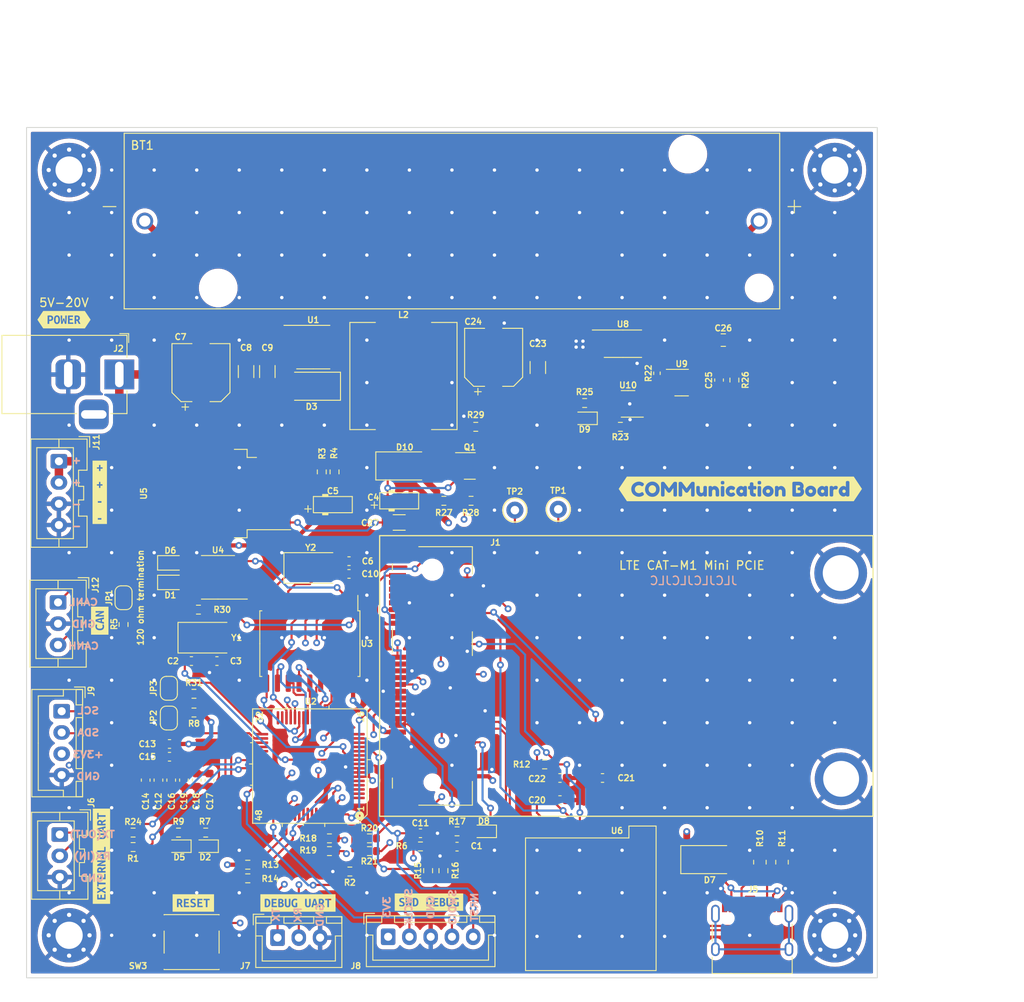
<source format=kicad_pcb>
(kicad_pcb (version 20211014) (generator pcbnew)
  (layers (0 "F.Cu" signal) (1 "In1.Cu" signal) (2 "In2.Cu" signal) (31 "B.Cu" signal) (34 "B.Paste" user) (35 "F.Paste" user) (36 "B.SilkS" user "B.Silkscreen") (37 "F.SilkS" user "F.Silkscreen") (38 "B.Mask" user) (39 "F.Mask" user) (44 "Edge.Cuts" user))
  (net 0 "")
  (net 12 "GND")
  (net 13 "+3V3")
  (net 14 "Net-(D3-Pad1)")
  (net 17 "unconnected-(J5-PadS1)")
  (net 23 "/MCU/OSC_IN")
  (net 24 "/MCU/OSC_OUT")
  (net 25 "/MCU/DEBUG_TX")
  (net 26 "/MCU/DEBUG_RX")
  (net 27 "/MCU/SWCLK_BT0")
  (net 28 "/MCU/SWDIO")
  (net 29 "/MCU/NRST")
  (net 35 "VDC")
  (net 39 "Net-(D7-Pad2)")
  (net 40 "/MCU/USART3_TX")
  (net 52 "/BG96/PWRKEY")
  (net 53 "/BG96/USIM_VDD")
  (net 54 "/BG96/USIM_DATA")
  (net 55 "/BG96/UART_RX")
  (net 56 "/BG96/USIM_CLK")
  (net 57 "/BG96/UART_TX")
  (net 58 "/BG96/USIM_RST")
  (net 59 "/BG96/RI")
  (net 60 "/BG96/nW_DISABLE")
  (net 61 "/BG96/nPERST")
  (net 62 "/BG96/UART_CTS")
  (net 63 "/BG96/UART_RTS")
  (net 64 "/BG96/I2C_SCL")
  (net 65 "/BG96/DTR")
  (net 66 "/BG96/I2C_SDA")
  (net 67 "/BG96/DCD")
  (net 68 "/BG96/USB_DM")
  (net 69 "/BG96/USB_DP")
  (net 70 "/BG96/nLED_WWAN")
  (net 71 "/BG96/PCM_CLK")
  (net 72 "/BG96/PCM_DOUT")
  (net 73 "/BG96/PCM_DIN")
  (net 74 "/BG96/PCM_SYNC")
  (net 75 "+5V")
  (net 76 "/MCU/USART3_RX")
  (net 77 "Net-(R3-Pad2)")
  (net 78 "/MCU/CANH")
  (net 79 "/MCU/CANL")
  (net 80 "Net-(JP1-Pad2)")
  (net 81 "/MCU/TXCAN")
  (net 82 "/MCU/RXCAN")
  (net 83 "/MCU/SPI1_NSS")
  (net 84 "/MCU/SPI1_SCK")
  (net 85 "/MCU/SPI1_MISO")
  (net 86 "/MCU/SPI1_MOSI")
  (net 87 "/MCU/OSC1")
  (net 88 "/MCU/OSC2")
  (net 89 "/MCU/SOF")
  (net 90 "/MCU/LED1")
  (net 91 "Net-(D2-Pad2)")
  (net 92 "/MCU/LED2")
  (net 93 "Net-(JP3-Pad2)")
  (net 94 "Net-(D5-Pad2)")
  (net 95 "Net-(D8-Pad2)")
  (net 96 "Net-(J5-PadA5)")
  (net 97 "Net-(J5-PadB5)")
  (net 99 "/MCU/USART1_RTS")
  (net 100 "/MCU/USART1_CTS")
  (net 101 "/MCU/USART1_TX")
  (net 102 "/MCU/USART1_RX")
  (net 103 "/MCU/MCP_INT")
  (net 104 "/MCU/RX0BF")
  (net 105 "/MCU/RX1BF")
  (net 106 "/MCU/TX0RTS")
  (net 107 "/MCU/TX1RTS")
  (net 108 "/MCU/TX2RTS")
  (net 109 "/MCU/MCP_RESET")
  (net 111 "Net-(J6-Pad1)")
  (net 112 "Net-(J6-Pad2)")
  (net 113 "Net-(C9-Pad2)")
  (net 115 "Net-(C25-Pad1)")
  (net 116 "+BATT")
  (net 117 "/CS")
  (net 119 "/OC")
  (net 120 "/OD")
  (net 122 "Net-(D9-Pad1)")
  (net 123 "Net-(R23-Pad1)")
  (net 124 "-BATT")
  (net 126 "Net-(D9-Pad2)")
  (net 128 "/EXT_PWR_DET")
  (net 129 "Net-(R30-Pad2)")
  (net 130 "Net-(JP2-Pad2)")
  (net 131 "Net-(C27-Pad1)")
  (net 133 "/MCU/I2C2_SCL")
  (net 134 "/MCU/I2C2_SDA")
  (footprint "Capacitor_SMD:C_0603_1608Metric" (layer "F.Cu") (at 137.9 107.5)
    (fp_text reference "C10")
    (fp_text value "18pF")
  )
  (footprint "Capacitor_SMD:CP_Elec_6.3x5.8" (layer "F.Cu") (at 120.5 83.825 90)
    (fp_text reference "C7")
    (fp_text value "47uF")
  )
  (footprint "Capacitor_Tantalum_SMD_AKL:CP_EIA-3216-18_Kemet-A" (layer "F.Cu") (at 136 99.35)
    (fp_text reference "C5")
    (fp_text value "10uF")
  )
  (footprint "MountingHole:MountingHole_3.2mm_M3_Pad_Via" (layer "F.Cu") (at 195 60)
    (fp_text reference "H4" hide)
    (fp_text value "MountingHole_Pad")
  )
  (footprint "LTE-base:SMTSO30XX" (layer "F.Cu") (at 195.7 107.4 90)
    (fp_text reference "J4" hide)
    (fp_text value "SMTSO30XX")
  )
  (footprint "Resistor_SMD:R_0603_1608Metric" (layer "F.Cu") (at 111.4 113.45 90)
    (fp_text reference "R5")
    (fp_text value "120")
  )
  (footprint "Resistor_SMD:R_0603_1608Metric" (layer "F.Cu") (at 146.3 139.55 180)
    (fp_text reference "R6")
    (fp_text value "10K")
  )
  (footprint "Resistor_SMD:R_0603_1608Metric" (layer "F.Cu") (at 119.675 123.8 180)
    (fp_text reference "R8")
    (fp_text value "4.7K")
  )
  (footprint "Connector_JST:JST_XA_B04B-XASK-1_1x04_P2.50mm_Vertical" (layer "F.Cu") (at 103.8 94.25 -90)
    (fp_text reference "J11")
    (fp_text value "JST/XHB/XA/4P")
  )
  (footprint "MountingHole:MountingHole_3.2mm_M3_Pad_Via" (layer "F.Cu") (at 105 150)
    (fp_text reference "H2" hide)
    (fp_text value "MountingHole_Pad")
  )
  (footprint "Package_TO_SOT_SMD:TO-263-5_TabPin3" (layer "F.Cu") (at 122.975 98.05 180)
    (fp_text reference "U5")
    (fp_text value "MIC29302WU")
  )
  (footprint "HUCONN_Footprints:SMC-202-6" (layer "F.Cu") (at 166.3 145.65)
    (fp_text reference "U6")
    (fp_text value "SMC-202-6")
  )
  (footprint "LED_SMD:LED_0603_1608Metric" (layer "F.Cu") (at 117.856 139.522 180)
    (fp_text reference "D5")
    (fp_text value "GREEN")
  )
  (footprint "Diode_SMD:D_SMA" (layer "F.Cu") (at 133.5 85.425 180)
    (fp_text reference "D3")
    (fp_text value "SS34")
  )
  (footprint "Resistor_SMD:R_0603_1608Metric" (layer "F.Cu") (at 119.675 121.6 180)
    (fp_text reference "R31")
    (fp_text value "4.7K")
  )
  (footprint "Diode_SMD:D_SMA" (layer "F.Cu") (at 144.45 94.8)
    (fp_text reference "D10")
    (fp_text value "SS34")
  )
  (footprint "Resistor_SMD:R_0603_1608Metric" (layer "F.Cu") (at 152.8 90.2 180)
    (fp_text reference "R29")
    (fp_text value "10K")
  )
  (footprint "Resistor_SMD:R_0603_1608Metric" (layer "F.Cu") (at 134.7 95.5 90)
    (fp_text reference "R3")
    (fp_text value "10.69K")
  )
  (footprint "Resistor_SMD:R_0603_1608Metric" (layer "F.Cu") (at 121.056 137.922 180)
    (fp_text reference "R7")
    (fp_text value "10K")
  )
  (footprint "Capacitor_SMD:C_0603_1608Metric" (layer "F.Cu") (at 137.9 106)
    (fp_text reference "C6")
    (fp_text value "18pF")
  )
  (footprint "Diode_SMD:D_SOD-323" (layer "F.Cu") (at 116.9 108.5)
    (fp_text reference "D1")
    (fp_text value "TVS")
  )
  (footprint "kibuzzard-61FFCA5B" (layer "F.Cu") (at 104.4 77.6)
    (fp_text reference "kibuzzard-61FFCA5B" hide)
    (fp_text value "G***" hide)
  )
  (footprint "LED_SMD:LED_0603_1608Metric" (layer "F.Cu") (at 121.056 139.522 180)
    (fp_text reference "D2")
    (fp_text value "GREEN")
  )
  (footprint "Resistor_SMD:R_0603_1608Metric" (layer "F.Cu") (at 183.2 84.7 90)
    (fp_text reference "R26")
    (fp_text value "100")
  )
  (footprint "Capacitor_SMD:C_0603_1608Metric_Pad1.08x0.95mm_HandSolder" (layer "F.Cu") (at 167.7 131.5)
    (fp_text reference "C21")
    (fp_text value "33pF")
  )
  (footprint "Crystal:Crystal_SMD_5032-2Pin_5.0x3.2mm" (layer "F.Cu") (at 133.3 106.8)
    (fp_text reference "Y2")
    (fp_text value "8MHz/20pF")
  )
  (footprint "Resistor_SMD:R_0603_1608Metric_Pad0.98x0.95mm_HandSolder" (layer "F.Cu") (at 126 141.7)
    (fp_text reference "R13")
    (fp_text value "10K")
  )
  (footprint "Resistor_SMD:R_0603_1608Metric" (layer "F.Cu") (at 136.2 95.5 -90)
    (fp_text reference "R4")
    (fp_text value "10K")
  )
  (footprint "Package_TO_SOT_SMD:SOT-23" (layer "F.Cu") (at 152.1 94.8)
    (fp_text reference "Q1")
    (fp_text value "DMG2307L")
  )
  (footprint "Resistor_SMD:R_0805_2012Metric" (layer "F.Cu") (at 188.8 141.4 -90)
    (fp_text reference "R11")
    (fp_text value "5.1K")
  )
  (footprint "Resistor_SMD:R_0805_2012Metric" (layer "F.Cu") (at 186.2 141.4 -90)
    (fp_text reference "R10")
    (fp_text value "5.1K")
  )
  (footprint "Capacitor_SMD:C_1206_3216Metric" (layer "F.Cu") (at 128.3 83.7 90)
    (fp_text reference "C9")
    (fp_text value "1uF")
  )
  (footprint "LTE-base:SMTSO30XX" (layer "F.Cu") (at 195.75 131.6 90)
    (fp_text reference "J3" hide)
    (fp_text value "SMTSO30XX")
  )
  (footprint "Resistor_SMD:R_0603_1608Metric" (layer "F.Cu") (at 112.522 139.622 180)
    (fp_text reference "R1")
    (fp_text value "22")
  )
  (footprint "Capacitor_SMD:C_0603_1608Metric" (layer "F.Cu") (at 115.5 131.75 -90)
    (fp_text reference "C12")
    (fp_text value "10uF")
  )
  (footprint "Inductor_SMD:L_12x12mm_H8mm" (layer "F.Cu") (at 144.3 84.225 90)
    (fp_text reference "L2")
    (fp_text value "47uH/3A")
  )
  (footprint "kibuzzard-61FFCAE2" (layer "F.Cu") (at 108.6 113 90)
    (fp_text reference "kibuzzard-61FFCAE2" hide)
    (fp_text value "G***" hide)
  )
  (footprint "Package_TO_SOT_SMD:SOT-23-6" (layer "F.Cu") (at 177 85)
    (fp_text reference "U9")
    (fp_text value "DW01A")
  )
  (footprint "Connector_JST:JST_XH_B3B-XH-A_1x03_P2.50mm_Vertical" (layer "F.Cu") (at 129.5 150.275)
    (fp_text reference "J7")
    (fp_text value "JST/XH/3P")
  )
  (footprint "MountingHole:MountingHole_3.2mm_M3_Pad_Via" (layer "F.Cu") (at 195 150)
    (fp_text reference "H1" hide)
    (fp_text value "MountingHole_Pad")
  )
  (footprint "kibuzzard-6200D0E6" (layer "F.Cu") (at 108.8 140.7 90)
    (fp_text reference "kibuzzard-6200D0E6" hide)
    (fp_text value "G***" hide)
  )
  (footprint "TestPoint:TestPoint_Keystone_5000-5004_Miniature" (layer "F.Cu") (at 157.4 100)
    (fp_text reference "TP2")
    (fp_text value "TestPoint")
  )
  (footprint "Connector_PCBEdge:BUS_PCI_Express_Mini_Full" (layer "F.Cu") (at 147.7 119.5 -90)
    (fp_text reference "J1")
    (fp_text value "Conn_02x26_Odd_Even")
  )
  (footprint "Resistor_SMD:R_0402_1005Metric" (layer "F.Cu") (at 174.1 83.9 90)
    (fp_text reference "R22")
    (fp_text value "1K")
  )
  (footprint "Capacitor_SMD:C_0603_1608Metric" (layer "F.Cu") (at 119.375 117.75)
    (fp_text reference "C2")
    (fp_text value "18pF")
  )
  (footprint "Capacitor_SMD:C_0603_1608Metric_Pad1.08x0.95mm_HandSolder" (layer "F.Cu") (at 162.7 131.5)
    (fp_text reference "C22")
    (fp_text value "33pF")
  )
  (footprint "Capacitor_SMD:C_0603_1608Metric" (layer "F.Cu") (at 121.5 131.75 -90)
    (fp_text reference "C17")
    (fp_text value "100nF")
  )
  (footprint "Resistor_SMD:R_0603_1608Metric_Pad0.98x0.95mm_HandSolder" (layer "F.Cu") (at 147.2 142.4 -90)
    (fp_text reference "R15")
    (fp_text value "10K")
  )
  (footprint "Capacitor_SMD:C_0603_1608Metric" (layer "F.Cu") (at 118.5 131.75 -90)
    (fp_text reference "C19")
    (fp_text value "100nF")
  )
  (footprint "Capacitor_SMD:C_0603_1608Metric" (layer "F.Cu") (at 146.3 138)
    (fp_text reference "C11")
    (fp_text value "100nF")
  )
  (footprint "Resistor_SMD:R_0603_1608Metric" (layer "F.Cu") (at 117.856 137.922 180)
    (fp_text reference "R9")
    (fp_text value "10K")
  )
  (footprint "Diode_SMD:D_SMA" (layer "F.Cu") (at 180.3 141.1)
    (fp_text reference "D7")
    (fp_text value "SS34")
  )
  (footprint "Capacitor_SMD:C_0603_1608Metric" (layer "F.Cu") (at 114 131.75 -90)
    (fp_text reference "C14")
    (fp_text value "100nF")
  )
  (footprint "Package_SO:SOIC-18W_7.5x11.6mm_P1.27mm" (layer "F.Cu") (at 133.3 115.7 -90)
    (fp_text reference "U3")
    (fp_text value "MCP2515-xSO")
  )
  (footprint "Crystal:Crystal_SMD_5032-2Pin_5.0x3.2mm" (layer "F.Cu") (at 120.85 115)
    (fp_text reference "Y1")
    (fp_text value "8MHz/20pF")
  )
  (footprint "TestPoint:TestPoint_Keystone_5000-5004_Miniature" (layer "F.Cu") (at 162.5 99.9)
    (fp_text reference "TP1")
    (fp_text value "TestPoint")
  )
  (footprint "Resistor_SMD:R_0603_1608Metric" (layer "F.Cu") (at 165.6 87.4)
    (fp_text reference "R25")
    (fp_text value "1K")
  )
  (footprint "Capacitor_SMD:C_0805_2012Metric" (layer "F.Cu") (at 181.9 80)
    (fp_text reference "C26")
    (fp_text value "4.7uF")
  )
  (footprint "Capacitor_SMD:C_0603_1608Metric" (layer "F.Cu") (at 181.4 84.7 90)
    (fp_text reference "C25")
    (fp_text value "100n")
  )
  (footprint "Capacitor_SMD:C_0603_1608Metric_Pad1.08x0.95mm_HandSolder" (layer "F.Cu") (at 162.7 134.1)
    (fp_text reference "C20")
    (fp_text value "33pF")
  )
  (footprint "Resistor_SMD:R_0603_1608Metric" (layer "F.Cu") (at 138 142.5 180)
    (fp_text reference "R2")
    (fp_text value "10K")
  )
  (footprint "Diode_SMD:D_SOD-323" (layer "F.Cu") (at 116.9 106.2)
    (fp_text reference "D6")
    (fp_text value "TVS")
  )
  (footprint "LED_SMD:LED_0603_1608Metric" (layer "F.Cu") (at 165.6 89.2 180)
    (fp_text reference "D9")
    (fp_text value "RED")
  )
  (footprint "Connector_JST:JST_XH_B4B-XH-A_1x04_P2.50mm_Vertical" (layer "F.Cu") (at 104.125 123.65 -90)
    (fp_text reference "J9")
    (fp_text value "JST/XH/4P")
  )
  (footprint "Resistor_SMD:R_0603_1608Metric" (layer "F.Cu") (at 150.6 137.775)
    (fp_text reference "R17")
    (fp_text value "10K")
  )
  (footprint "Package_SO:SOP-8_3.9x4.9mm_P1.27mm" (layer "F.Cu") (at 133.7 80.825)
    (fp_text reference "U1")
    (fp_text value "XL2012")
  )
  (footprint "kicad-lib:BAT_1043" (layer "F.Cu") (at 150 66)
    (fp_text reference "BT1")
    (fp_text value "Batt holder")
  )
  (footprint "Capacitor_SMD:C_0603_1608Metric" (layer "F.Cu") (at 120 131.75 -90)
    (fp_text reference "C18")
    (fp_text value "100nF")
  )
  (footprint "Resistor_SMD:R_0603_1608Metric_Pad0.98x0.95mm_HandSolder" (layer "F.Cu") (at 126 143.3 180)
    (fp_text reference "R14")
    (fp_text value "10K")
  )
  (footprint "Package_QFP_AKL:LQFP-64_10x10mm_P0.5mm" (layer "F.Cu") (at 133.3 130.1 180)
    (fp_text reference "U2")
    (fp_text value "STM32G070RBT6")
  )
  (footprint "Capacitor_SMD:C_0603_1608Metric" (layer "F.Cu") (at 150.6 139.575)
    (fp_text reference "C1")
    (fp_text value "10uF")
  )
  (footprint "Resistor_SMD:R_0603_1608Metric" (layer "F.Cu") (at 135.6 140.1)
    (fp_text reference "R19")
    (fp_text value "22")
  )
  (footprint "Jumper:SolderJumper-2_P1.3mm_Open_RoundedPad1.0x1.5mm" (layer "F.Cu") (at 111.4 110.3 -90)
    (fp_text reference "JP1")
    (fp_text value "SolderJumper_2_Open")
  )
  (footprint "Capacitor_Tantalum_SMD_AKL:CP_EIA-3216-18_Kemet-A" (layer "F.Cu") (at 143.8 98.9)
    (fp_text reference "C4")
    (fp_text value "10uF")
  )
  (footprint "kibuzzard-61FFCBC3" (layer "F.Cu") (at 147.3 146.1)
    (fp_text reference "kibuzzard-61FFCBC3" hide)
    (fp_text value "G***" hide)
  )
  (footprint "kibuzzard-61FFCA2F" (layer "F.Cu") (at 183.9 97.5)
    (fp_text reference "kibuzzard-61FFCA2F" hide)
    (fp_text value "G***" hide)
  )
  (footprint "Package_SO:SOIC-8_3.9x4.9mm_P1.27mm" (layer "F.Cu") (at 122.5 107.9 180)
    (fp_text reference "U4")
    (fp_text value "SN65HVD230")
  )
  (footprint "Connector_USB:USB_C_Receptacle_HRO_TYPE-C-31-M-12" (layer "F.Cu") (at 185.295489 150.595489)
    (fp_text reference "J5")
    (fp_text value "USB_C_Receptacle_USB2.0")
  )
  (footprint "Capacitor_SMD:CP_Elec_6.3x5.8" (layer "F.Cu") (at 154.9 82.025 90)
    (fp_text reference "C24")
    (fp_text value "47uF")
  )
  (footprint "Capacitor_SMD:C_0603_1608Metric" (layer "F.Cu") (at 122.375 117.75 180)
    (fp_text reference "C3")
    (fp_text value "18pF")
  )
  (footprint "Capacitor_SMD:C_1206_3216Metric" (layer "F.Cu") (at 143.8 101.45)
    (fp_text reference "C27")
    (fp_text value "1uF")
  )
  (footprint "Capacitor_SMD:C_0603_1608Metric" (layer "F.Cu") (at 117 131.75 -90)
    (fp_text reference "C16")
    (fp_text value "100nF")
  )
  (footprint "Resistor_SMD:R_0603_1608Metric" (layer "F.Cu") (at 135.6 138.6)
    (fp_text reference "R18")
    (fp_text value "22")
  )
  (footprint "Capacitor_SMD:C_0603_1608Metric" (layer "F.Cu") (at 116.8 127.5 180)
    (fp_text reference "C13")
    (fp_text value "1uF")
  )
  (footprint "Jumper:SolderJumper-2_P1.3mm_Open_RoundedPad1.0x1.5mm" (layer "F.Cu") (at 116.725 120.95 -90)
    (fp_text reference "JP3")
    (fp_text value "SCL")
  )
  (footprint "Connector_JST:JST_XA_B03B-XASK-1_1x03_P2.50mm_Vertical" (layer "F.Cu") (at 103.7 110.85 -90)
    (fp_text reference "J12")
    (fp_text value "JST/XHB/XA/3P")
  )
  (footprint "Resistor_SMD:R_0603_1608Metric" (layer "F.Cu") (at 120.2 111.7 180)
    (fp_text reference "R30")
    (fp_text value "22")
  )
  (footprint "Resistor_SMD:R_0603_1608Metric" (layer "F.Cu") (at 149.05 98.9)
    (fp_text reference "R27")
    (fp_text value "10K")
  )
  (footprint "MountingHole:MountingHole_3.2mm_M3_Pad_Via" (layer "F.Cu") (at 105 60)
    (fp_text reference "H3" hide)
    (fp_text value "MountingHole_Pad")
  )
  (footprint "Button_Switch_SMD:SW_SPST_PTS645" (layer "F.Cu") (at 119.4 150.8)
    (fp_text reference "SW3")
    (fp_text value "SW_Push")
  )
  (footprint "Capacitor_SMD:C_0603_1608Metric" (layer "F.Cu") (at 116.8 129 180)
    (fp_text reference "C15")
    (fp_text value "100nF")
  )
  (footprint "Package_TO_SOT_SMD:SOT-23-5" (layer "F.Cu") (at 170.7 87.5 180)
    (fp_text reference "U10")
    (fp_text value "MCP73831-2-OT")
  )
  (footprint "kibuzzard-61FFCA89" (layer "F.Cu") (at 108.6 97.9)
    (fp_text reference "kibuzzard-61FFCA89" hide)
    (fp_text value "G***" hide)
  )
  (footprint "Capacitor_SMD:C_1206_3216Metric" (layer "F.Cu") (at 160.1 83.225 90)
    (fp_text reference "C23")
    (fp_text value "1uF")
  )
  (footprint "LED_SMD:LED_0603_1608Metric" (layer "F.Cu") (at 153.75 137.775 180)
    (fp_text reference "D8")
    (fp_text value "GREEN")
  )
  (footprint "kibuzzard-61FFCBAB" (layer "F.Cu") (at 131.9 146.2)
    (fp_text reference "kibuzzard-61FFCBAB" hide)
    (fp_text value "G***" hide)
  )
  (footprint "Package_SO:TSSOP-8_4.4x3mm_P0.65mm" (layer "F.Cu") (at 170.1 80.425)
    (fp_text reference "U8")
    (fp_text value "FS8205A")
  )
  (footprint "Resistor_SMD:R_0603_1608Metric_Pad0.98x0.95mm_HandSolder" (layer "F.Cu") (at 160.9 129.9)
    (fp_text reference "R12")
    (fp_text value "15K")
  )
  (footprint "Resistor_SMD:R_0603_1608Metric" (layer "F.Cu") (at 140.3 138.6)
    (fp_text reference "R20")
    (fp_text value "22")
  )
  (footprint "Resistor_SMD:R_0603_1608Metric" (layer "F.Cu") (at 112.522 137.922 180)
    (fp_text reference "R24")
    (fp_text value "22")
  )
  (footprint "Connector_JST:JST_XA_B03B-XASK-1_1x03_P2.50mm_Vertical" (layer "F.Cu") (at 103.9 138.15 -90)
    (fp_text reference "J6")
    (fp_text value "JST/XHB/XA/3P")
  )
  (footprint "Jumper:SolderJumper-2_P1.3mm_Open_RoundedPad1.0x1.5mm" (layer "F.Cu") (at 116.725 124.45 90)
    (fp_text reference "JP2")
    (fp_text value "SCL")
  )
  (footprint "Capacitor_SMD:C_1206_3216Metric" (layer "F.Cu") (at 125.8 83.7 90)
    (fp_text reference "C8")
    (fp_text value "1uF")
  )
  (footprint "Connector_JST:JST_XH_B5B-XH-A_1x05_P2.50mm_Vertical" (layer "F.Cu") (at 142.5 150.175)
    (fp_text reference "J8")
    (fp_text value "JST/XH/5P")
  )
  (footprint "Resistor_SMD:R_0603_1608Metric" (layer "F.Cu") (at 152.25 98.9)
    (fp_text reference "R28")
    (fp_text value "20K")
  )
  (footprint "Connector_BarrelJack:BarrelJack_Horizontal" (layer "F.Cu") (at 110.9 84.0425)
    (fp_text reference "J2")
    (fp_text value "Barrel Jack")
  )
  (footprint "Resistor_SMD:R_0603_1608Metric" (layer "F.Cu") (at 169.8 90.2)
    (fp_text reference "R23")
    (fp_text value "2K")
  )
  (footprint "Resistor_SMD:R_0603_1608Metric_Pad0.98x0.95mm_HandSolder" (layer "F.Cu") (at 149 142.4 90)
    (fp_text reference "R16")
    (fp_text value "10K")
  )
  (footprint "Resistor_SMD:R_0603_1608Metric" (layer "F.Cu") (at 140.3 140.1)
    (fp_text reference "R21")
    (fp_text value "22")
  )
  (footprint "kibuzzard-61FFCAF5" (layer "F.Cu") (at 119.6 146.2)
    (fp_text reference "kibuzzard-61FFCAF5" hide)
    (fp_text value "G***" hide)
  )
  (gr_poly (pts (xy 199.5 103) (xy 199.5 135.999999) (xy 141.5 136) (xy 141.5 103)) (layer "F.SilkS") (width 0.15) (fill none))
  (gr_poly (pts (xy 200 55) (xy 200 155) (xy 100 155) (xy 100 55)) (layer "Edge.Cuts") (width 0.1) (fill none))
  (gr_text "SCL\n\nSDA\n\n+3V3\n\nGND" (at 107.25 127.45) (layer "B.SilkS") (effects (font (size 0.8 0.9) (thickness 0.2)) (justify mirror)))
  (gr_text "+\n\n+\n\n-\n\n-\n" (at 105.85 98) (layer "B.SilkS") (effects (font (size 0.8 0.9) (thickness 0.2)) (justify mirror)))
  (gr_text "JLCJLCJLCJLC" (at 178.4 108.3) (layer "B.SilkS") (effects (font (size 1 1)) (justify mirror)))
  (gr_text "CANL\n\nGND\n\nCANH" (at 106.7 113.4) (layer "B.SilkS") (effects (font (size 0.8 0.9) (thickness 0.2)) (justify mirror)))
  (gr_text "3V3\n\nSWCLK\n\nGND\n\nSWDIO\n\nNRST" (at 147.5 146.7 90) (layer "B.SilkS") (effects (font (size 0.8 0.9) (thickness 0.2)) (justify mirror)))
  (gr_text "TX(OUT)\n\nRX(IN)\n\nGND" (at 107.7 140.7) (layer "B.SilkS") (effects (font (size 0.8 0.9) (thickness 0.2)) (justify mirror)))
  (gr_text "TX\n\nRX\n\nGND" (at 131.9 147.6 90) (layer "B.SilkS") (effects (font (size 0.8 0.9) (thickness 0.2)) (justify mirror)))
  (gr_text "120 ohm termination" (at 113.4 110.3 90) (layer "F.SilkS") (effects (font (size 0.7 0.7))))
  (gr_text "5V-20V" (at 104.4 75.6) (layer "F.SilkS") (effects (font (size 1 1))))
  (gr_text "LTE CAT-M1 Mini PCIE" (at 178.2 106.5) (layer "F.SilkS") (effects (font (size 1 1))))
  (segment (start 182.045489 146.550489) (end 182.045489 144.945489) (width 0.25) (layer "F.Cu") (net 12))
  (segment (start 143.6 121.3) (end 141.9245 121.3) (width 0.25) (layer "F.Cu") (net 12))
  (segment (start 143.6 127.7) (end 145.097764 127.7) (width 0.25) (layer "F.Cu") (net 12))
  (segment (start 189.2 145.1) (end 188.545489 145.754511) (width 0.25) (layer "F.Cu") (net 12))
  (segment (start 153.4 124.1) (end 153.9 123.6) (width 0.25) (layer "F.Cu") (net 12))
  (segment (start 151.8 124.1) (end 153.4 124.1) (width 0.25) (layer "F.Cu") (net 12))
  (segment (start 189.2 144.5) (end 189.2 145.1) (width 0.25) (layer "F.Cu") (net 12))
  (segment (start 149.8 120.9) (end 151.8 120.9) (width 0.25) (layer "F.Cu") (net 12))
  (segment (start 143.6 125.3) (end 144.1 125.3) (width 0.25) (layer "F.Cu") (net 12))
  (segment (start 182.045489 144.945489) (end 181.6 144.5) (width 0.25) (layer "F.Cu") (net 12))
  (segment (start 137.85 129.85) (end 137.5 130.2) (width 0.25) (layer "F.Cu") (net 12))
  (segment (start 188.545489 145.754511) (end 188.545489 146.550489) (width 0.25) (layer "F.Cu") (net 12))
  (segment (start 145.097764 127.7) (end 145.223632 127.825868) (width 0.25) (layer "F.Cu") (net 12))
  (segment (start 138.975 129.85) (end 137.85 129.85) (width 0.25) (layer "F.Cu") (net 12))
  (segment (start 151.8 108.9) (end 153.7 108.9) (width 0.25) (layer "F.Cu") (net 12))
  (segment (start 144.1 125.3) (end 145.4 124) (width 0.25) (layer "F.Cu") (net 12))
  (segment (start 154.7 130.5) (end 151.8 130.5) (width 0.25) (layer "F.Cu") (net 12))
  (segment (start 145.3 118.9) (end 143.6 118.9) (width 0.25) (layer "F.Cu") (net 12))
  (segment (start 145 110.9) (end 143.6 110.9) (width 0.25) (layer "F.Cu") (net 12))
  (via (at 110 150) (size 0.8) (drill 0.4) (layers "F.Cu" "B.Cu") (net 12))
  (via (at 160 150.1245) (size 0.8) (drill 0.4) (layers "F.Cu" "B.Cu") (net 12))
  (via (at 171.765332 82.734668) (size 0.8) (drill 0.4) (layers "F.Cu" "B.Cu") (net 12))
  (via (at 155 140) (size 0.8) (drill 0.4) (layers "F.Cu" "B.Cu") (net 12))
  (via (at 150 60) (size 0.8) (drill 0.4) (layers "F.Cu" "B.Cu") (net 12))
  (via (at 121.5 119.1) (size 0.8) (drill 0.4) (layers "F.Cu" "B.Cu") (net 12))
  (via (at 110 95) (size 0.8) (drill 0.4) (layers "F.Cu" "B.Cu") (net 12))
  (via (at 180 115) (size 0.8) (drill 0.4) (layers "F.Cu" "B.Cu") (net 12))
  (via (at 115 150) (size 0.8) (drill 0.4) (layers "F.Cu" "B.Cu") (net 12))
  (via (at 165 150.1245) (size 0.8) (drill 0.4) (layers "F.Cu" "B.Cu") (net 12))
  (via (at 145.4 124) (size 0.8) (drill 0.4) (layers "F.Cu" "B.Cu") (net 12))
  (via (at 125 70) (size 0.8) (drill 0.4) (layers "F.Cu" "B.Cu") (net 12))
  (via (at 130 65) (size 0.8) (drill 0.4) (layers "F.Cu" "B.Cu") (net 12))
  (via (at 164.6 80.125) (size 0.8) (drill 0.4) (layers "F.Cu" "B.Cu") (net 12))
  (via (at 195 75) (size 0.8) (drill 0.4) (layers "F.Cu" "B.Cu") (net 12))
  (via (at 135 65) (size 0.8) (drill 0.4) (layers "F.Cu" "B.Cu") (net 12))
  (via (at 125 115) (size 0.8) (drill 0.4) (layers "F.Cu" "B.Cu") (net 12))
  (via (at 156.15 78) (size 0.8) (drill 0.4) (layers "F.Cu" "B.Cu") (net 12))
  (via (at 125 95) (size 0.8) (drill 0.4) (layers "F.Cu" "B.Cu") (net 12))
  (via (at 110 100) (size 0.8) (drill 0.4) (layers "F.Cu" "B.Cu") (net 12))
  (via (at 145 70) (size 0.8) (drill 0.4) (layers "F.Cu" "B.Cu") (net 12))
  (via (at 160 90) (size 0.8) (drill 0.4) (layers "F.Cu" "B.Cu") (net 12))
  (via (at 185 150) (size 0.8) (drill 0.4) (layers "F.Cu" "B.Cu") (net 12))
  (via (at 195 80) (size 0.8) (drill 0.4) (layers "F.Cu" "B.Cu") (net 12))
  (via (at 185 140) (size 0.8) (drill 0.4) (layers "F.Cu" "B.Cu") (net 12))
  (via (at 190 60) (size 0.8) (drill 0.4) (layers "F.Cu" "B.Cu") (net 12))
  (via (at 155 70) (size 0.8) (drill 0.4) (layers "F.Cu" "B.Cu") (net 12))
  (via (at 195 90) (size 0.8) (drill 0.4) (layers "F.Cu" "B.Cu") (net 12))
  (via (at 190 125) (size 0.8) (drill 0.4) (layers "F.Cu" "B.Cu") (net 12))
  (via (at 151.8 116.6) (size 0.8) (drill 0.4) (layers "F.Cu" "B.Cu") (net 12))
  (via (at 170.9 87.5) (size 0.8) (drill 0.4) (layers "F.Cu" "B.Cu") (net 12))
  (via (at 165 140) (size 0.8) (drill 0.4) (layers "F.Cu" "B.Cu") (net 12))
  (via (at 180 135) (size 0.8) (drill 0.4) (layers "F.Cu" "B.Cu") (net 12))
  (via (at 160 105) (size 0.8) (drill 0.4) (layers "F.Cu" "B.Cu") (net 12))
  (via (at 110 70) (size 0.8) (drill 0.4) (layers "F.Cu" "B.Cu") (net 12))
  (via (at 140 110) (size 0.8) (drill 0.4) (layers "F.Cu" "B.Cu") (net 12))
  (via (at 135 90) (size 0.8) (drill 0.4) (layers "F.Cu" "B.Cu") (net 12))
  (via (at 140 95) (size 0.8) (drill 0.4) (layers "F.Cu" "B.Cu") (net 12))
  (via (at 180 105) (size 0.8) (drill 0.4) (layers "F.Cu" "B.Cu") (net 12))
  (via (at 190 95) (size 0.8) (drill 0.4) (layers "F.Cu" "B.Cu") (net 12))
  (via (at 185 95) (size 0.8) (drill 0.4) (layers "F.Cu" "B.Cu") (net 12))
  (via (at 175 80) (size 0.8) (drill 0.4) (layers "F.Cu" "B.Cu") (net 12))
  (via (at 145.223632 127.825868) (size 0.8) (drill 0.4) (layers "F.Cu" "B.Cu") (net 12))
  (via (at 170 100) (size 0.8) (drill 0.4) (layers "F.Cu" "B.Cu") (net 12))
  (via (at 160 120) (size 0.8) (drill 0.4) (layers "F.Cu" "B.Cu") (net 12))
  (via (at 165 130) (size 0.8) (drill 0.4) (layers "F.Cu" "B.Cu") (net 12))
  (via (at 190 145) (size 0.8) (drill 0.4) (layers "F.Cu" "B.Cu") (net 12))
  (via (at 140 80) (size 0.8) (drill 0.4) (layers "F.Cu" "B.Cu") (net 12))
  (via (at 153.7 108.9) (size 0.8) (drill 0.4) (layers "F.Cu" "B.Cu") (net 12))
  (via (at 115 105) (size 0.8) (drill 0.4) (layers "F.Cu" "B.Cu") (net 12))
  (via (at 190 105) (size 0.8) (drill 0.4) (layers "F.Cu" "B.Cu") (net 12))
  (via (at 135 70) (size 0.8) (drill 0.4) (layers "F.Cu" "B.Cu") (net 12))
  (via (at 110 115) (size 0.8) (drill 0.4) (layers "F.Cu" "B.Cu") (net 12))
  (via (at 125 60) (size 0.8) (drill 0.4) (layers "F.Cu" "B.Cu") (net 12))
  (via (at 130 115) (size 0.8) (drill 0.4) (layers "F.Cu" "B.Cu") (net 12))
  (via (at 195 70) (size 0.8) (drill 0.4) (layers "F.Cu" "B.Cu") (net 12))
  (via (at 140 60) (size 0.8) (drill 0.4) (layers "F.Cu" "B.Cu") (net 12))
  (via (at 155 60) (size 0.8) (drill 0.4) (layers "F.Cu" "B.Cu") (net 12))
  (via (at 195 125) (size 0.8) (drill 0.4) (layers "F.Cu" "B.Cu") (net 12))
  (via (at 125 65) (size 0.8) (drill 0.4) (layers "F.Cu" "B.Cu") (net 12))
  (via (at 195 65) (size 0.8) (drill 0.4) (layers "F.Cu" "B.Cu") (net 12))
  (via (at 115 90) (size 0.8) (drill 0.4) (layers "F.Cu" "B.Cu") (net 12))
  (via (at 145 115) (size 0.8) (drill 0.4) (layers "F.Cu" "B.Cu") (net 12))
  (via (at 190 100) (size 0.8) (drill 0.4) (layers "F.Cu" "B.Cu") (net 12))
  (via (at 180 125) (size 0.8) (drill 0.4) (layers "F.Cu" "B.Cu") (net 12))
  (via (at 180 100) (size 0.8) (drill 0.4) (layers "F.Cu" "B.Cu") (net 12))
  (via (at 150 75) (size 0.8) (drill 0.4) (layers "F.Cu" "B.Cu") (net 12))
  (via (at 175 130) (size 0.8) (drill 0.4) (layers "F.Cu" "B.Cu") (net 12))
  (via (at 180 120) (size 0.8) (drill 0.4) (layers "F.Cu" "B.Cu") (net 12))
  (via (at 175 110) (size 0.8) (drill 0.4) (layers "F.Cu" "B.Cu") (net 12))
  (via (at 160 125) (size 0.8) (drill 0.4) (layers "F.Cu" "B.Cu") (net 12))
  (via (at 115 110) (size 0.8) (drill 0.4) (layers "F.Cu" "B.Cu") (net 12))
  (via (at 105 135) (size 0.8) (drill 0.4) (layers "F.Cu" "B.Cu") (net 12))
  (via (at 150 130) (size 0.8) (drill 0.4) (layers "F.Cu" "B.Cu") (net 12))
  (via (at 140 145) (size 0.8) (drill 0.4) (layers "F.Cu" "B.Cu") (net 12))
  (via (at 155 145) (size 0.8) (drill 0.4) (layers "F.Cu" "B.Cu") (net 12))
  (via (at 125 145) (size 0.8) (drill 0.4) (layers "F.Cu" "B.Cu") (net 12))
  (via (at 105 70) (size 0.8) (drill 0.4) (layers "F.Cu" "B.Cu") (net 12))
  (via (at 140 85) (size 0.8) (drill 0.4) (layers "F.Cu" "B.Cu") (net 12))
  (via (at 170.938 89.3495) (size 0.8) (drill 0.4) (layers "F.Cu" "B.Cu") (net 12))
  (via (at 155 75) (size 0.8) (drill 0.4) (layers "F.Cu" "B.Cu") (net 12))
  (via (at 181.6 144.5) (size 0.8) (drill 0.4) (layers "F.Cu" "B.Cu") (net 12))
  (via (at 180 130) (size 0.8) (drill 0.4) (layers "F.Cu" "B.Cu") (net 12))
  (via (at 155 65) (size 0.8) (drill 0.4) (layers "F.Cu" "B.Cu") (net 12))
  (via (at 165 145) (size 0.8) (drill 0.4) (layers "F.Cu" "B.Cu") (net 12))
  (via (at 170 130) (size 0.8) (drill 0.4) (layers "F.Cu" "B.Cu") (net 12))
  (via (at 180 75) (size 0.8) (drill 0.4) (layers "F.Cu" "B.Cu") (net 12))
  (via (at 185 100) (size 0.8) (drill 0.4) (layers "F.Cu" "B.Cu") (net 12))
  (via (at 115 60) (size 0.8) (drill 0.4) (layers "F.Cu" "B.Cu") (net 12))
  (via (at 195 95) (size 0.8) (drill 0.4) (layers "F.Cu" "B.Cu") (net 12))
  (via (at 180 70) (size 0.8) (drill 0.4) (layers "F.Cu" "B.Cu") (net 12))
  (via (at 165 120) (size 0.8) (drill 0.4) (layers "F.Cu" "B.Cu") (net 12))
  (via (at 110 65) (size 0.8) (drill 0.4) (layers "F.Cu" "B.Cu") (net 12))
  (via (at 120 60) (size 0.8) (drill 0.4) (layers "F.Cu" "B.Cu") (net 12))
  (via (at 110 145) (size 0.8) (drill 0.4) (layers "F.Cu" "B.Cu") (net 12))
  (via (at 115 80) (size 0.8) (drill 0.4) (layers "F.Cu" "B.Cu") (net 12))
  (via (at 170 70) (size 0.8) (drill 0.4) (layers "F.Cu" "B.Cu") (net 12))
  (via (at 170 65) (size 0.8) (drill 0.4) (layers "F.Cu" "B.Cu") (net 12))
  (via (at 185 110) (size 0.8) (drill 0.4) (layers "F.Cu" "B.Cu") (net 12))
  (via (at 125 75) (size 0.8) (drill 0.4) (layers "F.Cu" "B.Cu") (net 12))
  (via (at 195 140) (size 0.8) (drill 0.4) (layers "F.Cu" "B.Cu") (net 12))
  (via (at 175 65) (size 0.8) (drill 0.4) (layers "F.Cu" "B.Cu") (net 12))
  (via (at 175 95) (size 0.8) (drill 0.4) (layers "F.Cu" "B.Cu") (net 12))
  (via (at 150 110) (size 0.8) (drill 0.4) (layers "F.Cu" "B.Cu") (net 12))
  (via (at 145 75) (size 0.8) (drill 0.4) (layers "F.Cu" "B.Cu") (net 12))
  (via (at 165.4 80.825) (size 0.8) (drill 0.4) (layers "F.Cu" "B.Cu") (net 12))
  (via (at 190 65) (size 0.8) (drill 0.4) (layers "F.Cu" "B.Cu") (net 12))
  (via (at 120 150) (size 0.8) (drill 0.4) (layers "F.Cu" "B.Cu") (net 12))
  (via (at 175 60) (size 0.8) (drill 0.4) (layers "F.Cu" "B.Cu") (net 12))
  (via (at 125 120) (size 0.8) (drill 0.4) (layers "F.Cu" "B.Cu") (net 12))
  (via (at 105 65) (size 0.8) (drill 0.4) (layers "F.Cu" "B.Cu") (net 12))
  (via (at 110 60) (size 0.8) (drill 0.4) (layers "F.Cu" "B.Cu") (net 12))
  (via (at 165 95) (size 0.8) (drill 0.4) (layers "F.Cu" "B.Cu") (net 12))
  (via (at 165 105) (size 0.8) (drill 0.4) (layers "F.Cu" "B.Cu") (net 12))
  (via (at 180 90) (size 0.8) (drill 0.4) (layers "F.Cu" "B.Cu") (net 12))
  (via (at 115 120) (size 0.8) (drill 0.4) (layers "F.Cu" "B.Cu") (net 12))
  (via (at 130 75) (size 0.8) (drill 0.4) (layers "F.Cu" "B.Cu") (net 12))
  (via (at 185 70) (size 0.8) (drill 0.4) (layers "F.Cu" "B.Cu") (net 12))
  (via (at 150.46924 126.5) (size 0.8) (drill 0.4) (layers "F.Cu" "B.Cu") (net 12))
  (via (at 170 150.1245) (size 0.8) (drill 0.4) (layers "F.Cu" "B.Cu") (net 12))
  (via (at 125 135) (size 0.8) (drill 0.4) (layers "F.Cu" "B.Cu") (net 12))
  (via (at 120 90) (size 0.8) (drill 0.4) (layers "F.Cu" "B.Cu") (net 12))
  (via (at 180 95) (size 0.8) (drill 0.4) (layers "F.Cu" "B.Cu") (net 12))
  (via (at 190 110) (size 0.8) (drill 0.4) (layers "F.Cu" "B.Cu") (net 12))
  (via (at 180 60) (size 0.8) (drill 0.4) (layers "F.Cu" "B.Cu") (net 12))
  (via (at 180 110) (size 0.8) (drill 0.4) (layers "F.Cu" "B.Cu") (net 12))
  (via (at 105 90) (size 0.8) (drill 0.4) (layers "F.Cu" "B.Cu") (net 12))
  (via (at 160 145) (size 0.8) (drill 0.4) (layers "F.Cu" "B.Cu") (net 12))
  (via (at 110 80) (size 0.8) (drill 0.4) (layers "F.Cu" "B.Cu") (net 12))
  (via (at 125 90) (size 0.8) (drill 0.4) (layers "F.Cu" "B.Cu") (net 12))
  (via (at 115 145) (size 0.8) (drill 0.4) (layers "F.Cu" "B.Cu") (net 12))
  (via (at 140 100) (size 0.8) (drill 0.4) (layers "F.Cu" "B.Cu") (net 12))
  (via (at 170 60) (size 0.8) (drill 0.4) (layers "F.Cu" "B.Cu") (net 12))
  (via (at 165 75) (size 0.8) (drill 0.4) (layers "F.Cu" "B.Cu") (net 12))
  (via (at 130 90) (size 0.8) (drill 0.4) (layers "F.Cu" "B.Cu") (net 12))
  (via (at 130 60) (size 0.8) (drill 0.4) (layers "F.Cu" "B.Cu") (net 12))
  (via (at 110 135) (size 0.8) (drill 0.4) (layers "F.Cu" "B.Cu") (net 12))
  (via (at 125 100) (size 0.8) (drill 0.4) (layers "F.Cu" "B.Cu") (net 12))
  (via (at 190 80) (size 0.8) (drill 0.4) (layers "F.Cu" "B.Cu") (net 12))
  (via (at 190 130) (size 0.8) (drill 0.4) (layers "F.Cu" "B.Cu") (net 12))
  (via (at 190 115) (size 0.8) (drill 0.4) (layers "F.Cu" "B.Cu") (net 12))
  (via (at 175 150.1245) (size 0.8) (drill 0.4) (layers "F.Cu" "B.Cu") (net 12))
  (via (at 175 125) (size 0.8) (drill 0.4) (layers "F.Cu" "B.Cu") (net 12))
  (via (at 170 105) (size 0.8) (drill 0.4) (layers "F.Cu" "B.Cu") (net 12))
  (via (at 185 125) (size 0.8) (drill 0.4) (layers "F.Cu" "B.Cu") (net 12))
  (via (at 170 75) (size 0.8) (drill 0.4) (layers "F.Cu" "B.Cu") (net 12))
  (via (at 148.3 138) (size 0.8) (drill 0.4) (layers "F.Cu" "B.Cu") (net 12))
  (via (at 170 120) (size 0.8) (drill 0.4) (layers "F.Cu" "B.Cu") (net 12))
  (via (at 135 75) (size 0.8) (drill 0.4) (layers "F.Cu" "B.Cu") (net 12))
  (via (at 125 80) (size 0.8) (drill 0.4) (layers "F.Cu" "B.Cu") (net 12))
  (via (at 115 115) (size 0.8) (drill 0.4) (layers "F.Cu" "B.Cu") (net 12))
  (via (at 115 125) (size 0.8) (drill 0.4) (layers "F.Cu" "B.Cu") (net 12))
  (via (at 195 85) (size 0.8) (drill 0.4) (layers "F.Cu" "B.Cu") (net 12))
  (via (at 160 60) (size 0.8) (drill 0.4) (layers "F.Cu" "B.Cu") (net 12))
  (via (at 150 70) (size 0.8) (drill 0.4) (layers "F.Cu" "B.Cu") (net 12))
  (via (at 155 100) (size 0.8) (drill 0.4) (layers "F.Cu" "B.Cu") (net 12))
  (via (at 155 105) (size 0.8) (drill 0.4) (layers "F.Cu" "B.Cu") (net 12))
  (via (at 175 135) (size 0.8) (drill 0.4) (layers "F.Cu" "B.Cu") (net 12))
  (via (at 105 105) (size 0.8) (drill 0.4) (layers "F.Cu" "B.Cu") (net 12))
  (via (at 110 125) (size 0.8) (drill 0.4) (layers "F.Cu" "B.Cu") (net 12))
  (via (at 110 110) (size 0.8) (drill 0.4) (layers "F.Cu" "B.Cu") (net 12))
  (via (at 185 60) (size 0.8) (drill 0.4) (layers "F.Cu" "B.Cu") (net 12))
  (via (at 175 100) (size 0.8) (drill 0.4) (layers "F.Cu" "B.Cu") (net 12))
  (via (at 189.2 144.5) (size 0.8) (drill 0.4) (layers "F.Cu" "B.Cu") (net 12))
  (via (at 175 75) (size 0.8) (drill 0.4) (layers "F.Cu" "B.Cu") (net 12))
  (via (at 115 70) (size 0.8) (drill 0.4) (layers "F.Cu" "B.Cu") (net 12))
  (via (at 160 110) (size 0.8) (drill 0.4) (layers "F.Cu" "B.Cu") (net 12))
  (via (at 136 142.5) (size 0.8) (drill 0.4) (layers "F.Cu" "B.Cu") (net 12))
  (via (at 195 115) (size 0.8) (drill 0.4) (layers "F.Cu" "B.Cu") (net 12))
  (via (at 145 60) (size 0.8) (drill 0.4) (layers "F.Cu" "B.Cu") (net 12))
  (via (at 110 105) (size 0.8) (drill 0.4) (layers "F.Cu" "B.Cu") (net 12))
  (via (at 160 95) (size 0.8) (drill 0.4) (layers "F.Cu" "B.Cu") (net 12))
  (via (at 120 75) (size 0.8) (drill 0.4) (layers "F.Cu" "B.Cu") (net 12))
  (via (at 110 75) (size 0.8) (drill 0.4) (layers "F.Cu" "B.Cu") (net 12))
  (via (at 130 70) (size 0.8) (drill 0.4) (layers "F.Cu" "B.Cu") (net 12))
  (via (at 140 75) (size 0.8) (drill 0.4) (layers "F.Cu" "B.Cu") (net 12))
  (via (at 115 75) (size 0.8) (drill 0.4) (layers "F.Cu" "B.Cu") (net 12))
  (via (at 153.9 123.6) (size 0.8) (drill 0.4) (layers "F.Cu" "B.Cu") (net 12))
  (via (at 115 135) (size 0.8) (drill 0.4) (layers "F.Cu" "B.Cu") (net 12))
  (via (at 140 120) (size 0.8) (drill 0.4) (layers "F.Cu" "B.Cu") (net 12))
  (via (at 120 70) (size 0.8) (drill 0.4) (layers "F.Cu" "B.Cu") (net 12))
  (via (at 150 115) (size 0.8) (drill 0.4) (layers "F.Cu" "B.Cu") (net 12))
  (via (at 140 150) (size 0.8) (drill 0.4) (layers "F.Cu" "B.Cu") (net 12))
  (via (at 185 130) (size 0.8) (drill 0.4) (layers "F.Cu" "B.Cu") (net 12))
  (via (at 150 85) (size 0.8) (drill 0.4) (layers "F.Cu" "B.Cu") (net 12))
  (via (at 165 60) (size 0.8) (drill 0.4) (layers "F.Cu" "B.Cu") (net 12))
  (via (at 105 145) (size 0.8) (drill 0.4) (layers "F.Cu" "B.Cu") (net 12))
  (via (at 160 115) (size 0.8) (drill 0.4) (layers "F.Cu" "B.Cu") (net 12))
  (via (at 105 80) (size 0.8) (drill 0.4) (layers "F.Cu" "B.Cu") (net 12))
  (via (at 180 145) (size 0.8) (drill 0.4) (layers "F.Cu" "B.Cu") (net 12))
  (via (at 170 95) (size 0.8) (drill 0.4) (layers "F.Cu" "B.Cu") (net 12))
  (via (at 148.6 140.6745) (size 0.8) (drill 0.4) (layers "F.Cu" "B.Cu") (net 12))
  (via (at 170 115) (size 0.8) (drill 0.4) (layers "F.Cu" "B.Cu") (net 12))
  (via (at 185 105) (size 0.8) (drill 0.4) (layers "F.Cu" "B.Cu") (net 12))
  (via (at 170 135) (size 0.8) (drill 0.4) (layers "F.Cu" "B.Cu") (net 12))
  (via (at 185 115) (size 0.8) (drill 0.4) (layers "F.Cu" "B.Cu") (net 12))
  (via (at 190 135) (size 0.8) (drill 0.4) (layers "F.Cu" "B.Cu") (net 12))
  (via (at 145 110.9) (size 0.8) (drill 0.4) (layers "F.Cu" "B.Cu") (net 12))
  (via (at 195 120) (size 0.8) (drill 0.4) (layers "F.Cu" "B.Cu") (net 12))
  (via (at 195 145) (size 0.8) (drill 0.4) (layers "F.Cu" "B.Cu") (net 12))
  (via (at 175 115) (size 0.8) (drill 0.4) (layers "F.Cu" "B.Cu") (net 12))
  (via (at 130 105) (size 0.8) (drill 0.4) (layers "F.Cu" "B.Cu") (net 12))
  (via (at 140 115) (size 0.8) (drill 0.4) (layers "F.Cu" "B.Cu") (net 12))
  (via (at 190 75) (size 0.8) (drill 0.4) (layers "F.Cu" "B.Cu") (net 12))
  (via (at 165 115) (size 0.8) (drill 0.4) (layers "F.Cu" "B.Cu") (net 12))
  (via (at 120 105) (size 0.8) (drill 0.4) (layers "F.Cu" "B.Cu") (net 12))
  (via (at 145 65) (size 0.8) (drill 0.4) (layers "F.Cu" "B.Cu") (net 12))
  (via (at 150 90) (size 0.8) (drill 0.4) (layers "F.Cu" "B.Cu") (net 12))
  (via (at 190 70) (size 0.8) (drill 0.4) (layers "F.Cu" "B.Cu") (net 12))
  (via (at 125 150) (size 0.8) (drill 0.4) (layers "F.Cu" "B.Cu") (net 12))
  (via (at 185 135) (size 0.8) (drill 0.4) (layers "F.Cu" "B.Cu") (net 12))
  (via (at 155 95) (size 0.8) (drill 0.4) (layers "F.Cu" "B.Cu") (net 12))
  (via (at 190 85) (size 0.8) (drill 0.4) (layers "F.Cu" "B.Cu") (net 12))
  (via (at 110 140) (size 0.8) (drill 0.4) (layers "F.Cu" "B.Cu") (net 12))
  (via (at 120 135) (size 0.8) (drill 0.4) (layers "F.Cu" "B.Cu") (net 12))
  (via (at 145.3 118.9) (size 0.8) (drill 0.4) (layers "F.Cu" "B.Cu") (net 12))
  (via (at 135 60) (size 0.8) (drill 0.4) (layers "F.Cu" "B.Cu") (net 12))
  (via (at 190 120) (size 0.8) (drill 0.4) (layers "F.Cu" "B.Cu") (net 12))
  (via (at 170 110) (size 0.8) (drill 0.4) (layers "F.Cu" "B.Cu") (net 12))
  (via (at 110 120) (size 0.8) (drill 0.4) (layers "F.Cu" "B.Cu") (net 12))
  (via (at 190 90) (size 0.8) (drill 0.4) (layers "F.Cu" "B.Cu") (net 12))
  (via (at 175 120) (size 0.8) (drill 0.4) (layers "F.Cu" "B.Cu") (net 12))
  (via (at 150 65) (size 0.8) (drill 0.4) (layers "F.Cu" "B.Cu") (net 12))
  (via (at 154.7 130.5) (size 0.8) (drill 0.4) (layers "F.Cu" "B.Cu") (net 12))
  (via (at 120 65) (size 0.8) (drill 0.4) (layers "F.Cu" "B.Cu") (net 12))
  (via (at 160 70) (size 0.8) (drill 0.4) (layers "F.Cu" "B.Cu") (net 12))
  (via (at 165.4 80.125) (size 0.8) (drill 0.4) (layers "F.Cu" "B.Cu") (net 12))
  (via (at 165 125) (size 0.8) (drill 0.4) (layers "F.Cu" "B.Cu") (net 12))
  (via (at 110 130) (size 0.8) (drill 0.4) (layers "F.Cu" "B.Cu") (net 12))
  (via (at 165 100) (size 0.8) (drill 0.4) (layers "F.Cu" "B.Cu") (net 12))
  (via (at 190 140) (size 0.8) (drill 0.4) (layers "F.Cu" "B.Cu") (net 12))
  (via (at 105 75) (size 0.8) (drill 0.4) (layers "F.Cu" "B.Cu") (net 12))
  (via (at 175 70) (size 0.8) (drill 0.4) (layers "F.Cu" "B.Cu") (net 12))
  (via (at 175 105) (size 0.8) (drill 0.4) (layers "F.Cu" "B.Cu") (net 12))
  (via (at 140 70) (size 0.8) (drill 0.4) (layers "F.Cu" "B.Cu") (net 12))
  (via (at 105 130) (size 0.8) (drill 0.4) (layers "F.Cu" "B.Cu") (net 12))
  (via (at 151.4 88.95) (size 0.8) (drill 0.4) (layers "F.Cu" "B.Cu") (net 12))
  (via (at 160 65) (size 0.8) (drill 0.4) (layers "F.Cu" "B.Cu") (net 12))
  (via (at 160 80) (size 0.8) (drill 0.4) (layers "F.Cu" "B.Cu") (net 12))
  (via (at 135 115) (size 0.8) (drill 0.4) (layers "F.Cu" "B.Cu") (net 12))
  (via (at 140 90) (size 0.8) (drill 0.4) (layers "F.Cu" "B.Cu") (net 12))
  (via (at 120 145) (size 0.8) (drill 0.4) (layers "F.Cu" "B.Cu") (net 12))
  (via (at 140 105) (size 0.8) (drill 0.4) (layers "F.Cu" "B.Cu") (net 12))
  (via (at 137.5 130.2) (size 0.8) (drill 0.4) (layers "F.Cu" "B.Cu") (net 12))
  (via (at 150 105) (size 0.8) (drill 0.4) (layers "F.Cu" "B.Cu") (net 12))
  (via (at 185 90) (size 0.8) (drill 0.4) (layers "F.Cu" "B.Cu") (net 12))
  (via (at 165 65) (size 0.8) (drill 0.4) (layers "F.Cu" "B.Cu") (net 12))
  (via (at 170 140) (size 0.8) (drill 0.4) (layers "F.Cu" "B.Cu") (net 12))
  (via (at 141.9245 121.3) (size 0.8) (drill 0.4) (layers "F.Cu" "B.Cu") (net 12))
  (via (at 105 120) (size 0.8) (drill 0.4) (layers "F.Cu" "B.Cu") (net 12))
  (via (at 175 145) (size 0.8) (drill 0.4) (layers "F.Cu" "B.Cu") (net 12))
  (via (at 164.6 80.825) (size 0.8) (drill 0.4) (layers "F.Cu" "B.Cu") (net 12))
  (via (at 140 65) (size 0.8) (drill 0.4) (layers "F.Cu" "B.Cu") (net 12))
  (via (at 155 150) (size 0.8) (drill 0.4) (layers "F.Cu" "B.Cu") (net 12))
  (via (at 125 140) (size 0.8) (drill 0.4) (layers "F.Cu" "B.Cu") (net 12))
  (via (at 149.8 120.9) (size 0.8) (drill 0.4) (layers "F.Cu" "B.Cu") (net 12))
  (via (at 185 120) (size 0.8) (drill 0.4) (layers "F.Cu" "B.Cu") (net 12))
  (via (at 195 100) (size 0.8) (drill 0.4) (layers "F.Cu" "B.Cu") (net 12))
  (via (at 160 75) (size 0.8) (drill 0.4) (layers "F.Cu" "B.Cu") (net 12))
  (via (at 165 110) (size 0.8) (drill 0.4) (layers "F.Cu" "B.Cu") (net 12))
  (via (at 114.8 129) (size 0.8) (drill 0.4) (layers "F.Cu" "B.Cu") (net 12))
  (via (at 170 145) (size 0.8) (drill 0.4) (layers "F.Cu" "B.Cu") (net 12))
  (via (at 170 125) (size 0.8) (drill 0.4) (layers "F.Cu" "B.Cu") (net 12))
  (via (at 160 140) (size 0.8) (drill 0.4) (layers "F.Cu" "B.Cu") (net 12))
  (via (at 180 65) (size 0.8) (drill 0.4) (layers "F.Cu" "B.Cu") (net 12))
  (via (at 185 80) (size 0.8) (drill 0.4) (layers "F.Cu" "B.Cu") (net 12))
  (segment (start 149.825 139.575) (end 147.15 139.575) (width 0.5) (layer "F.Cu") (net 13))
  (segment (start 141.9 125.9) (end 142.1 126.1) (width 0.5) (layer "F.Cu") (net 13))
  (segment (start 149.775 137.775) (end 149.775 139.525) (width 0.5) (layer "F.Cu") (net 13))
  (segment (start 151.8 135.75) (end 151.8 131.3) (width 0.5) (layer "F.Cu") (net 13))
  (segment (start 124.95 104.15) (end 123.95 104.15) (width 0.5) (layer "F.Cu") (net 13))
  (segment (start 140.25 130.4) (end 140.25 130.85) (width 0.25) (layer "F.Cu") (net 13))
  (segment (start 138.975 130.35) (end 138.975 131.35) (width 0.25) (layer "F.Cu") (net 13))
  (segment (start 140.25 130.85) (end 140.25 131.35) (width 0.25) (layer "F.Cu") (net 13))
  (segment (start 114 130.975) (end 121.5 130.975) (width 0.5) (layer "F.Cu") (net 13))
  (segment (start 125.0875 141.7) (end 123.6 141.7) (width 0.5) (layer "F.Cu") (net 13))
  (segment (start 138.975 131.35) (end 140.25 131.35) (width 0.25) (layer "F.Cu") (net 13))
  (segment (start 118.5 130.975) (end 118.5 129.925) (width 0.5) (layer "F.Cu") (net 13))
  (segment (start 149.775 139.525) (end 149.825 139.575) (width 0.25) (layer "F.Cu") (net 13))
  (segment (start 138.38 122.38) (end 138.38 120.35) (width 0.5) (layer "F.Cu") (net 13))
  (segment (start 123.15 106.65) (end 123.765 107.265) (width 0.5) (layer "F.Cu") (net 13))
  (segment (start 151.8 135.75) (end 149.775 137.775) (width 0.5) (layer "F.Cu") (net 13))
  (segment (start 120.5 122.65) (end 120.5 121.6) (width 0.5) (layer "F.Cu") (net 13))
  (segment (start 134.675 96.35) (end 134.7 96.325) (width 0.8) (layer "F.Cu") (net 13))
  (segment (start 134.7 96.325) (end 134.7 99.3) (width 0.8) (layer "F.Cu") (net 13))
  (segment (start 123.15 104.95) (end 123.15 106.65) (width 0.5) (layer "F.Cu") (net 13))
  (segment (start 140.25 130.85) (end 140.25 131.3745) (width 0.25) (layer "F.Cu") (net 13))
  (segment (start 140.2 130.35) (end 140.25 130.4) (width 0.25) (layer "F.Cu") (net 13))
  (segment (start 118.5 129.925) (end 117.575 129) (width 0.5) (layer "F.Cu") (net 13))
  (segment (start 154.3 131.3) (end 151.8 131.3) (width 0.5) (layer "F.Cu") (net 13))
  (segment (start 151.8 107.1) (end 151.8 108.1) (width 0.25) (layer "F.Cu") (net 13))
  (segment (start 123.765 107.265) (end 124.975 107.265) (width 0.5) (layer "F.Cu") (net 13))
  (segment (start 154.8 131.8) (end 154.3 131.3) (width 0.5) (layer "F.Cu") (net 13))
  (segment (start 143.6 126.1) (end 143.6 126.9) (width 0.5) (layer "F.Cu") (net 13))
  (segment (start 128.75 96.35) (end 134.675 96.35) (width 0.8) (layer "F.Cu") (net 13))
  (segment (start 138.975 130.85) (end 140.25 130.85) (width 0.25) (layer "F.Cu") (net 13))
  (segment (start 117.575 129) (end 117.575 127.5) (width 0.5) (layer "F.Cu") (net 13))
  (segment (start 147.125 141.4125) (end 147.2 141.4875) (width 0.25) (layer "F.Cu") (net 13))
  (segment (start 147.15 139.575) (end 147.125 139.55) (width 0.25) (layer "F.Cu") (net 13))
  (segment (start 147.125 139.55) (end 147.125 141.4125) (width 0.5) (layer "F.Cu") (net 13))
  (segment (start 142.1 126.1) (end 143.6 126.1) (width 0.5) (layer "F.Cu") (net 13))
  (segment (start 140.25 131.3745) (end 140.6755 131.8) (width 0.25) (layer "F.Cu") (net 13))
  (segment (start 138.975 130.35) (end 140.2 130.35) (width 0.25) (layer "F.Cu") (net 13))
  (segment (start 121.7 124.95) (end 120.5 123.75) (width 0.5) (layer "F.Cu") (net 13))
  (segment (start 123.95 104.15) (end 123.15 104.95) (width 0.5) (layer "F.Cu") (net 13))
  (segment (start 134.65 100.35) (end 130.85 104.15) (width 0.5) (layer "F.Cu") (net 13))
  (segment (start 134.7 99.3) (end 134.65 99.35) (width 0.8) (layer "F.Cu") (net 13))
  (segment (start 130.85 104.15) (end 124.95 104.15) (width 0.5) (layer "F.Cu") (net 13))
  (segment (start 134.65 99.35) (end 134.65 100.35) (width 0.5) (layer "F.Cu") (net 13))
  (segment (start 120.5 123.75) (end 120.5 122.65) (width 0.5) (layer "F.Cu") (net 13))
  (segment (start 117.575 127.5) (end 119.05 127.5) (width 0.5) (layer "F.Cu") (net 13))
  (via (at 151.8 107.1) (size 0.8) (drill 0.4) (layers "F.Cu" "B.Cu") (net 13))
  (via (at 121.7 124.95) (size 0.8) (drill 0.4) (layers "F.Cu" "B.Cu") (net 13))
  (via (at 119.05 127.5) (size 0.8) (drill 0.4) (layers "F.Cu" "B.Cu") (net 13))
  (via (at 124.95 104.15) (size 0.8) (drill 0.4) (layers "F.Cu" "B.Cu") (net 13))
  (via (at 141.9 125.9) (size 0.8) (drill 0.4) (layers "F.Cu" "B.Cu") (net 13))
  (via (at 140.6755 131.8) (size 0.8) (drill 0.4) (layers "F.Cu" "B.Cu") (net 13))
  (via (at 154.8 131.8) (size 0.8) (drill 0.4) (layers "F.Cu" "B.Cu") (net 13))
  (via (at 138.38 122.38) (size 0.8) (drill 0.4) (layers "F.Cu" "B.Cu") (net 13))
  (via (at 123.6 141.7) (size 0.8) (drill 0.4) (layers "F.Cu" "B.Cu") (net 13))
  (segment (start 141.9 125.9) (end 138.38 122.38) (width 0.5) (layer "B.Cu") (net 13))
  (segment (start 121.7 124.95) (end 121.7 126.6) (width 0.5) (layer "B.Cu") (net 13))
  (segment (start 121.7 126.6) (end 120.8 127.5) (width 0.5) (layer "B.Cu") (net 13))
  (segment (start 120.8 127.5) (end 119.05 127.5) (width 0.5) (layer "B.Cu") (net 13))
  (segment (start 135.5 85.425) (end 139.25 89.175) (width 0.25) (layer "F.Cu") (net 14))
  (segment (start 136.325 81.46) (end 136.325 82.73) (width 0.25) (layer "F.Cu") (net 14))
  (segment (start 135.5 83.555) (end 135.5 85.425) (width 0.25) (layer "F.Cu") (net 14))
  (segment (start 139.25 89.175) (end 144.3 89.175) (width 0.25) (layer "F.Cu") (net 14))
  (segment (start 136.325 82.73) (end 135.5 83.555) (width 0.25) (layer "F.Cu") (net 14))
  (segment (start 189.615489 147.465489) (end 189.615489 151.645489) (width 0.25) (layer "B.Cu") (net 17))
  (segment (start 180.975489 151.645489) (end 180.975489 147.465489) (width 0.25) (layer "B.Cu") (net 17))
  (segment (start 180.975489 151.645489) (end 189.615489 151.645489) (width 0.25) (layer "B.Cu") (net 17))
  (segment (start 119 116.35) (end 118.6 116.75) (width 0.25) (layer "F.Cu") (net 23))
  (segment (start 130.4 129.35) (end 138.975 129.35) (width 0.25) (layer "F.Cu") (net 23))
  (segment (start 118.6 116.75) (end 118.6 117.75) (width 0.25) (layer "F.Cu") (net 23))
  (segment (start 118.6 119.2) (end 118.6 117.75) (width 0.25) (layer "F.Cu") (net 23))
  (segment (start 119 115) (end 119 116.35) (width 0.25) (layer "F.Cu") (net 23))
  (via (at 130.4 129.35) (size 0.8) (drill 0.4) (layers "F.Cu" "B.Cu") (net 23))
  (via (at 118.6 119.2) (size 0.8) (drill 0.4) (layers "F.Cu" "B.Cu") (net 23))
  (segment (start 119.15 119.75) (end 118.6 119.2) (width 0.25) (layer "B.Cu") (net 23))
  (segment (start 130.4 129.35) (end 129.9 129.35) (width 0.25) (layer "B.Cu") (net 23))
  (segment (start 120.3 119.75) (end 119.15 119.75) (width 0.25) (layer "B.Cu") (net 23))
  (segment (start 129.9 129.35) (end 120.3 119.75) (width 0.25) (layer "B.Cu") (net 23))
  (segment (start 122.7 116.3) (end 123.15 116.75) (width 0.25) (layer "F.Cu") (net 24))
  (segment (start 137.2 127.8) (end 137.2 128.4) (width 0.25) (layer "F.Cu") (net 24))
  (segment (start 123.15 120.45) (end 123.15 117.75) (width 0.25) (layer "F.Cu") (net 24))
  (segment (start 137.2 128.4) (end 137.65 128.85) (width 0.25) (layer "F.Cu") (net 24))
  (segment (start 127.5 124.8) (end 123.15 120.45) (width 0.25) (layer "F.Cu") (net 24))
  (segment (start 137.65 128.85) (end 138.975 128.85) (width 0.25) (layer "F.Cu") (net 24))
  (segment (start 122.7 115) (end 122.7 116.3) (width 0.25) (layer "F.Cu") (net 24))
  (segment (start 123.15 116.75) (end 123.15 117.75) (width 0.25) (layer "F.Cu") (net 24))
  (via (at 127.5 124.8) (size 0.8) (drill 0.4) (layers "F.Cu" "B.Cu") (net 24))
  (via (at 137.2 127.8) (size 0.8) (drill 0.4) (layers "F.Cu" "B.Cu") (net 24))
  (segment (start 130.55 127.85) (end 137.15 127.85) (width 0.25) (layer "B.Cu") (net 24))
  (segment (start 127.5 124.8) (end 130.55 127.85) (width 0.25) (layer "B.Cu") (net 24))
  (segment (start 137.2 127.8) (end 137.15 127.85) (width 0.25) (layer "B.Cu") (net 24))
  (segment (start 134.7 128.6005) (end 136.05 127.2505) (width 0.25) (layer "F.Cu") (net 25))
  (segment (start 130.3 144) (end 129.5 144.8) (width 0.25) (layer "F.Cu") (net 25))
  (segment (start 136.05 127.2505) (end 136.05 124.425) (width 0.25) (layer "F.Cu") (net 25))
  (segment (start 129.5 144.8) (end 129.5 150.275) (width 0.25) (layer "F.Cu") (net 25))
  (via (at 130.3 144) (size 0.8) (drill 0.4) (layers "F.Cu" "B.Cu") (net 25))
  (via (at 134.7 128.6005) (size 0.8) (drill 0.4) (layers "F.Cu" "B.Cu") (net 25))
  (segment (start 135.55 126.15) (end 135.55 124.425) (width 0.25) (layer "F.Cu") (net 26))
  (segment (start 132 144.058209) (end 132 150.275) (width 0.25) (layer "F.Cu") (net 26))
  (segment (start 132.016805 144.041404) (end 132 144.058209) (width 0.25) (layer "F.Cu") (net 26))
  (segment (start 134.9 126.8) (end 135.55 126.15) (width 0.25) (layer "F.Cu") (net 26))
  (via (at 132.016805 144.041404) (size 0.8) (drill 0.4) (layers "F.Cu" "B.Cu") (net 26))
  (via (at 134.9 126.8) (size 0.8) (drill 0.4) (layers "F.Cu" "B.Cu") (net 26))
  (segment (start 133.687701 144.112299) (end 133.722536 144.077464) (width 0.25) (layer "F.Cu") (net 27))
  (segment (start 133.722536 144.077464) (end 138.022536 144.077464) (width 0.25) (layer "F.Cu") (net 27))
  (segment (start 139.7 142.5) (end 138.825 142.5) (width 0.25) (layer "F.Cu") (net 27))
  (segment (start 145 150.175) (end 145 147.8) (width 0.25) (layer "F.Cu") (net 27))
  (segment (start 138.022536 144.077464) (end 138.825 143.275) (width 0.25) (layer "F.Cu") (net 27))
  (segment (start 126.45 132.85) (end 125.9 133.4) (width 0.25) (layer "F.Cu") (net 27))
  (segment (start 145 147.8) (end 139.7 142.5) (width 0.25) (layer "F.Cu") (net 27))
  (segment (start 127.625 132.85) (end 126.45 132.85) (width 0.25) (layer "F.Cu") (net 27))
  (segment (start 138.825 143.275) (end 138.825 142.5) (width 0.25) (layer "F.Cu") (net 27))
  (via (at 125.9 133.4) (size 0.8) (drill 0.4) (layers "F.Cu" "B.Cu") (net 27))
  (via (at 133.687701 144.112299) (size 0.8) (drill 0.4) (layers "F.Cu" "B.Cu") (net 27))
  (segment (start 125.9 136.9) (end 125.9 133.4) (width 0.25) (layer "B.Cu") (net 27))
  (segment (start 133.687701 144.112299) (end 133.112299 144.112299) (width 0.25) (layer "B.Cu") (net 27))
  (segment (start 133.112299 144.112299) (end 125.9 136.9) (width 0.25) (layer "B.Cu") (net 27))
  (segment (start 129 137.3) (end 129 132.742158) (width 0.25) (layer "F.Cu") (net 28))
  (segment (start 129 132.742158) (end 128.607842 132.35) (width 0.25) (layer "F.Cu") (net 28))
  (segment (start 128.607842 132.35) (end 127.625 132.35) (width 0.25) (layer "F.Cu") (net 28))
  (segment (start 150 147.9) (end 150 150.175) (width 0.25) (layer "F.Cu") (net 28))
  (via (at 150 147.9) (size 0.8) (drill 0.4) (layers "F.Cu" "B.Cu") (net 28))
  (via (at 129 137.3) (size 0.8) (drill 0.4) (layers "F.Cu" "B.Cu") (net 28))
  (segment (start 129 137.3) (end 129 138.4) (width 0.25) (layer "B.Cu") (net 28))
  (segment (start 138.5 147.9) (end 150 147.9) (width 0.25) (layer "B.Cu") (net 28))
  (segment (start 129 138.4) (end 138.5 147.9) (width 0.25) (layer "B.Cu") (net 28))
  (segment (start 143.6 138) (end 145.525 138) (width 0.25) (layer "F.Cu") (net 29))
  (segment (start 123.38 148.55) (end 125.1 148.55) (width 0.25) (layer "F.Cu") (net 29))
  (segment (start 145.525 138) (end 145.525 139.6) (width 0.25) (layer "F.Cu") (net 29))
  (segment (start 115.42 148.55) (end 123.38 148.55) (width 0.25) (layer "F.Cu") (net 29))
  (segment (start 138.975 128.35) (end 140.682842 128.35) (width 0.25) (layer "F.Cu") (net 29))
  (segment (start 140.682842 128.35) (end 141.4 129.067158) (width 0.25) (layer "F.Cu") (net 29))
  (segment (start 145.475 140.925) (end 145.475 139.55) (width 0.25) (layer "F.Cu") (net 29))
  (segment (start 145.525 139.6) (end 145.475 139.55) (width 0.25) (layer "F.Cu") (net 29))
  (segment (start 152.5 150.175) (end 152.5 146.8) (width 0.25) (layer "F.Cu") (net 29))
  (via (at 125.1 148.55) (size 0.8) (drill 0.4) (layers "F.Cu" "B.Cu") (net 29))
  (via (at 141.4 129.1) (size 0.8) (drill 0.4) (layers "F.Cu" "B.Cu") (net 29))
  (via (at 145.475 140.925) (size 0.8) (drill 0.4) (layers "F.Cu" "B.Cu") (net 29))
  (via (at 143.6 138) (size 0.8) (drill 0.4) (layers "F.Cu" "B.Cu") (net 29))
  (via (at 152.5 146.8) (size 0.8) (drill 0.4) (layers "F.Cu" "B.Cu") (net 29))
  (segment (start 152.5 146.8) (end 152.5 145.2) (width 0.25) (layer "B.Cu") (net 29))
  (segment (start 151.8 144.5) (end 146.4 144.5) (width 0.25) (layer "B.Cu") (net 29))
  (segment (start 146.4 144.5) (end 143.6 141.7) (width 0.25) (layer "B.Cu") (net 29))
  (segment (start 141.4 136.5) (end 142.9 138) (width 0.25) (layer "B.Cu") (net 29))
  (segment (start 142.9 138) (end 143.6 138) (width 0.25) (layer "B.Cu") (net 29))
  (segment (start 143.6 141.7) (end 143.6 138) (width 0.25) (layer "B.Cu") (net 29))
  (segment (start 141.4 129.1) (end 141.4 136.5) (width 0.25) (layer "B.Cu") (net 29))
  (segment (start 152.5 145.2) (end 151.8 144.5) (width 0.25) (layer "B.Cu") (net 29))
  (segment (start 128.3 84.4) (end 128.3 85.175) (width 0.8) (layer "F.Cu") (net 35))
  (segment (start 130.5 83.8) (end 128.9 83.8) (width 0.8) (layer "F.Cu") (net 35))
  (segment (start 110.9 84.1) (end 110.9 84.0425) (width 0.25) (layer "F.Cu") (net 35))
  (segment (start 115.0425 84.0425) (end 117.525 86.525) (width 1) (layer "F.Cu") (net 35))
  (segment (start 131.075 82.73) (end 131.075 83.225) (width 0.8) (layer "F.Cu") (net 35))
  (segment (start 110.9 91.4) (end 110.9 84.1) (width 1) (layer "F.Cu") (net 35))
  (segment (start 108.05 94.25) (end 110.9 91.4) (width 1) (layer "F.Cu") (net 35))
  (segment (start 103.8 94.25) (end 103.8 96.75) (width 1) (layer "F.Cu") (net 35))
  (segment (start 120.5 86.525) (end 124.45 86.525) (width 1) (layer "F.Cu") (net 35))
  (segment (start 128.9 83.8) (end 128.3 84.4) (width 0.8) (layer "F.Cu") (net 35))
  (segment (start 110.9 84.0425) (end 115.0425 84.0425) (width 1) (layer "F.Cu") (net 35))
  (segment (start 125.8 85.175) (end 128.3 85.175) (width 1) (layer "F.Cu") (net 35))
  (segment (start 117.525 86.525) (end 120.5 86.525) (width 1) (layer "F.Cu") (net 35))
  (segment (start 131.075 83.225) (end 130.5 83.8) (width 0.8) (layer "F.Cu") (net 35))
  (segment (start 124.45 86.525) (end 125.8 85.175) (width 1) (layer "F.Cu") (net 35))
  (segment (start 103.8 94.25) (end 108.05 94.25) (width 1) (layer "F.Cu") (net 35))
  (segment (start 182.3 141.1) (end 182.2 141.2) (width 0.25) (layer "F.Cu") (net 39))
  (segment (start 182.2 141.2) (end 182.2 143.827208) (width 0.25) (layer "F.Cu") (net 39))
  (segment (start 187.745489 145.258188) (end 187.745489 146.550489) (width 0.25) (layer "F.Cu") (net 39))
  (segment (start 182.786396 144.413604) (end 182.845489 144.472696) (width 0.25) (layer "F.Cu") (net 39))
  (segment (start 182.845489 144.472696) (end 182.845489 146.550489) (width 0.25) (layer "F.Cu") (net 39))
  (segment (start 188.236789 144.766888) (end 187.745489 145.258188) (width 0.25) (layer "F.Cu") (net 39))
  (segment (start 182.2 143.827208) (end 182.786396 144.413604) (width 0.25) (layer "F.Cu") (net 39))
  (via (at 182.786396 144.413604) (size 0.8) (drill 0.4) (layers "F.Cu" "B.Cu") (net 39))
  (via (at 188.236789 144.766888) (size 0.8) (drill 0.4) (layers "F.Cu" "B.Cu") (net 39))
  (segment (start 188.236789 144.766888) (end 188.178188 144.825489) (width 0.25) (layer "B.Cu") (net 39))
  (segment (start 183.198281 144.825489) (end 182.786396 144.413604) (width 0.25) (layer "B.Cu") (net 39))
  (segment (start 188.178188 144.825489) (end 183.198281 144.825489) (width 0.25) (layer "B.Cu") (net 39))
  (segment (start 114.808 136.906) (end 113.792 136.906) (width 0.25) (layer "F.Cu") (net 40))
  (segment (start 126.75 129.85) (end 127.625 129.85) (width 0.25) (layer "F.Cu") (net 40))
  (segment (start 124.9 129.4) (end 126.3 129.4) (width 0.25) (layer "F.Cu") (net 40))
  (segment (start 113.347 137.351) (end 113.347 137.922) (width 0.25) (layer "F.Cu") (net 40))
  (segment (start 126.3 129.4) (end 126.75 129.85) (width 0.25) (layer "F.Cu") (net 40))
  (segment (start 113.792 136.906) (end 113.347 137.351) (width 0.25) (layer "F.Cu") (net 40))
  (via (at 124.9 129.4) (size 0.8) (drill 0.4) (layers "F.Cu" "B.Cu") (net 40))
  (via (at 114.808 136.906) (size 0.8) (drill 0.4) (layers "F.Cu" "B.Cu") (net 40))
  (segment (start 121.814 129.9) (end 114.808 136.906) (width 0.25) (layer "B.Cu") (net 40))
  (segment (start 124.4 129.9) (end 121.814 129.9) (width 0.25) (layer "B.Cu") (net 40))
  (segment (start 124.9 129.4) (end 124.4 129.9) (width 0.25) (layer "B.Cu") (net 40))
  (segment (start 141.2 122.6) (end 139.1 124.7) (width 0.25) (layer "F.Cu") (net 52))
  (segment (start 146.0875 142.2) (end 147.2 143.3125) (width 0.25) (layer "F.Cu") (net 52))
  (segment (start 137.775 135.775) (end 138.2 136.2) (width 0.25) (layer "F.Cu") (net 52))
  (segment (start 149 143.3125) (end 147.2 143.3125) (width 0.25) (layer "F.Cu") (net 52))
  (segment (start 143.6 107.7) (end 142.1 107.7) (width 0.25) (layer "F.Cu") (net 52))
  (segment (start 142.1 107.7) (end 141.2 108.6) (width 0.25) (layer "F.Cu") (net 52))
  (segment (start 141.2 108.6) (end 141.2 122.6) (width 0.25) (layer "F.Cu") (net 52))
  (segment (start 137.05 135.775) (end 137.775 135.775) (width 0.25) (layer "F.Cu") (net 52))
  (segment (start 142 142.2) (end 146.0875 142.2) (width 0.25) (layer "F.Cu") (net 52))
  (via (at 139.1 124.7) (size 0.8) (drill 0.4) (layers "F.Cu" "B.Cu") (net 52))
  (via (at 142 142.2) (size 0.8) (drill 0.4) (layers "F.Cu" "B.Cu") (net 52))
  (via (at 138.2 136.2) (size 0.8) (drill 0.4) (layers "F.Cu" "B.Cu") (net 52))
  (segment (start 141.3 137.5) (end 140 136.2) (width 0.25) (layer "B.Cu") (net 52))
  (segment (start 140 136.2) (end 138.2 136.2) (width 0.25) (layer "B.Cu") (net 52))
  (segment (start 141.3 141.5) (end 141.3 137.5) (width 0.25) (layer "B.Cu") (net 52))
  (segment (start 139.1 135.3) (end 138.2 136.2) (width 0.25) (layer "B.Cu") (net 52))
  (segment (start 139.1 124.7) (end 139.1 135.3) (width 0.25) (layer "B.Cu") (net 52))
  (segment (start 142 142.2) (end 141.3 141.5) (width 0.25) (layer "B.Cu") (net 52))
  (segment (start 159.9875 135.5925) (end 161.27 136.875) (width 0.25) (layer "F.Cu") (net 53))
  (segment (start 155.5 110.5) (end 156.6 111.6) (width 0.25) (layer "F.Cu") (net 53))
  (segment (start 161.27 136.875) (end 161.27 137.8) (width 0.25) (layer "F.Cu") (net 53))
  (segment (start 159.9875 129.9) (end 159.9875 135.5925) (width 0.25) (layer "F.Cu") (net 53))
  (segment (start 155.5 110.5) (end 151.8 110.5) (width 0.25) (layer "F.Cu") (net 53))
  (segment (start 160 129.8875) (end 159.9875 129.9) (width 0.25) (layer "F.Cu") (net 53))
  (segment (start 160 128.5) (end 160 129.8875) (width 0.25) (layer "F.Cu") (net 53))
  (via (at 156.6 111.6) (size 0.8) (drill 0.4) (layers "F.Cu" "B.Cu") (net 53))
  (via (at 160 128.5) (size 0.8) (drill 0.4) (layers "F.Cu" "B.Cu") (net 53))
  (segment (start 149.724695 115.75) (end 149.25 115.275305) (width 0.25) (layer "F.Cu") (net 54))
  (segment (start 153.2 115.75) (end 149.724695 115.75) (width 0.25) (layer "F.Cu") (net 54))
  (segment (start 165.04 135.56) (end 165.04 137.8) (width 0.25) (layer "F.Cu") (net 54))
  (segment (start 161.8125 131.475) (end 161.8375 131.5) (width 0.25) (layer "F.Cu") (net 54))
  (segment (start 161.1 128.5) (end 161.8125 129.2125) (width 0.25) (layer "F.Cu") (net 54))
  (segment (start 161.8125 129.9) (end 163.5 129.9) (width 0.25) (layer "F.Cu") (net 54))
  (segment (start 161.8125 129.9) (end 161.8125 131.475) (width 0.25) (layer "F.Cu") (net 54))
  (segment (start 161.8125 129.2125) (end 161.8125 129.9) (width 0.25) (layer "F.Cu") (net 54))
  (segment (start 149.25 111.95) (end 149.9 111.3) (width 0.25) (layer "F.Cu") (net 54))
  (segment (start 149.25 115.275305) (end 149.25 111.95) (width 0.25) (layer "F.Cu") (net 54))
  (segment (start 149.9 111.3) (end 151.8 111.3) (width 0.25) (layer "F.Cu") (net 54))
  (via (at 163.5 129.9) (size 0.8) (drill 0.4) (layers "F.Cu" "B.Cu") (net 54))
  (via (at 153.2 115.75) (size 0.8) (drill 0.4) (layers "F.Cu" "B.Cu") (net 54))
  (via (at 161.1 128.5) (size 0.8) (drill 0.4) (layers "F.Cu" "B.Cu") (net 54))
  (via (at 165.04 135.56) (size 0.8) (drill 0.4) (layers "F.Cu" "B.Cu") (net 54))
  (segment (start 165.04 132.855075) (end 165.04 135.56) (width 0.25) (layer "B.Cu") (net 54))
  (segment (start 163.5 131.315075) (end 165.04 132.855075) (width 0.25) (layer "B.Cu") (net 54))
  (segment (start 153.2 115.75) (end 157.35 115.75) (width 0.25) (layer "B.Cu") (net 54))
  (segment (start 163.5 129.9) (end 163.5 131.315075) (width 0.25) (layer "B.Cu") (net 54))
  (segment (start 158.6 126) (end 161.1 128.5) (width 0.25) (layer "B.Cu") (net 54))
  (segment (start 158.6 117) (end 158.6 126) (width 0.25) (layer "B.Cu") (net 54))
  (segment (start 157.35 115.75) (end 158.6 117) (width 0.25) (layer "B.Cu") (net 54))
  (segment (start 141.125 140.1) (end 141.7 140.1) (width 0.25) (layer "F.Cu") (net 55))
  (segment (start 148.35 104.2) (end 156.9 104.2) (width 0.25) (layer "F.Cu") (net 55))
  (segment (start 143.6 111.7) (end 142.1 111.7) (width 0.25) (layer "F.Cu") (net 55))
  (segment (start 157.4 103.7) (end 157.4 100) (width 0.25) (layer "F.Cu") (net 55))
  (segment (start 141.7 140.1) (end 142.7 139.1) (width 0.25) (layer "F.Cu") (net 55))
  (segment (start 145.65 106.9) (end 148.35 104.2) (width 0.25) (layer "F.Cu") (net 55))
  (segment (start 156.9 104.2) (end 157.4 103.7) (width 0.25) (layer "F.Cu") (net 55))
  (via (at 142.7 139.1) (size 0.8) (drill 0.4) (layers "F.Cu" "B.Cu") (net 55))
  (via (at 142.1 111.7) (size 0.8) (drill 0.4) (layers "F.Cu" "B.Cu") (net 55))
  (via (at 145.65 106.9) (size 0.8) (drill 0.4) (layers "F.Cu" "B.Cu") (net 55))
  (via (at 150 134.6) (size 0.8) (drill 0.4) (layers "F.Cu" "B.Cu") (net 55))
  (segment (start 148.900001 130.088729) (end 143.972793 125.161521) (width 0.25) (layer "B.Cu") (net 55))
  (segment (start 150 134.6) (end 150 133.2) (width 0.25) (layer "B.Cu") (net 55))
  (segment (start 142.1 107.4) (end 142.6 106.9) (width 0.25) (layer "B.Cu") (net 55))
  (segment (start 148.900001 132.100001) (end 148.900001 130.088729) (width 0.25) (layer "B.Cu") (net 55))
  (segment (start 142.1 111.7) (end 142.1 107.4) (width 0.25) (layer "B.Cu") (net 55))
  (segment (start 150 133.2) (end 148.900001 132.100001) (width 0.25) (layer "B.Cu") (net 55))
  (segment (start 142.7 115.972793) (end 142.7 112.3) (width 0.25) (layer "B.Cu") (net 55))
  (segment (start 142.7 112.3) (end 142.1 111.7) (width 0.25) (layer "B.Cu") (net 55))
  (segment (start 142.6 106.9) (end 145.65 106.9) (width 0.25) (layer "B.Cu") (net 55))
  (segment (start 143.972793 125.161521) (end 143.972793 116.5) (width 0.25) (layer "B.Cu") (net 55))
  (segment (start 143.972793 116.5) (end 143.227207 116.5) (width 0.25) (layer "B.Cu") (net 55))
  (segment (start 143.227207 116.5) (end 142.7 115.972793) (width 0.25) (layer "B.Cu") (net 55))
  (segment (start 166.9 124) (end 166.9 131.4375) (width 0.25) (layer "F.Cu") (net 56))
  (segment (start 166.3 132.0375) (end 166.3 137.8) (width 0.25) (layer "F.Cu") (net 56))
  (segment (start 154.9 112) (end 154.8 112.1) (width 0.25) (layer "F.Cu") (net 56))
  (segment (start 166.9 131.4375) (end 166.3 132.0375) (width 0.25) (layer "F.Cu") (net 56))
  (segment (start 154.8 112.1) (end 151.8 112.1) (width 0.25) (layer "F.Cu") (net 56))
  (via (at 166.9 124) (size 0.8) (drill 0.4) (layers "F.Cu" "B.Cu") (net 56))
  (via (at 154.9 112) (size 0.8) (drill 0.4) (layers "F.Cu" "B.Cu") (net 56))
  (segment (start 166.9 124) (end 154.9 112) (width 0.25) (layer "B.Cu") (net 56))
  (segment (start 148.8 133.7) (end 145.6 136.9) (width 0.25) (layer "F.Cu") (net 57))
  (segment (start 141.125 138.275) (end 141.125 138.6) (width 0.25) (layer "F.Cu") (net 57))
  (segment (start 145.1 112.5) (end 143.6 112.5) (width 0.25) (layer "F.Cu") (net 57))
  (segment (start 147.6 110) (end 145.1 112.5) (width 0.25) (layer "F.Cu") (net 57))
  (segment (start 161.4 106.3) (end 151.3 106.3) (width 0.25) (layer "F.Cu") (net 57))
  (segment (start 147.6 110) (end 148.7 111.1) (width 0.25) (layer "F.Cu") (net 57))
  (segment (start 142.5 136.9) (end 141.125 138.275) (width 0.25) (layer "F.Cu") (net 57))
  (segment (start 162.5 105.2) (end 162.5 99.9) (width 0.25) (layer "F.Cu") (net 57))
  (segment (start 148.7 111.1) (end 148.7 118.1) (width 0.25) (layer "F.Cu") (net 57))
  (segment (start 151.3 106.3) (end 147.6 110) (width 0.25) (layer "F.Cu") (net 57))
  (segment (start 162.5 105.2) (end 161.4 106.3) (width 0.25) (layer "F.Cu") (net 57))
  (segment (start 145.6 136.9) (end 142.5 136.9) (width 0.25) (layer "F.Cu") (net 57))
  (via (at 148.7 118.1) (size 0.8) (drill 0.4) (layers "F.Cu" "B.Cu") (net 57))
  (via (at 148.8 133.7) (size 0.8) (drill 0.4) (layers "F.Cu" "B.Cu") (net 57))
  (segment (start 154.4 112.9) (end 151.8 112.9) (width 0.25) (layer "F.Cu") (net 58))
  (segment (start 155.7 118.2) (end 155.7 114.2) (width 0.25) (layer "F.Cu") (net 58))
  (segment (start 163.06875 135.33125) (end 163.78 136.0425) (width 0.25) (layer "F.Cu") (net 58))
  (segment (start 161.8375 134.1) (end 161.8375 134.167615) (width 0.25) (layer "F.Cu") (net 58))
  (segment (start 163.001135 135.33125) (end 163.06875 135.33125) (width 0.25) (layer "F.Cu") (net 58))
  (segment (start 163.78 136.0425) (end 163.78 137.8) (width 0.25) (layer "F.Cu") (net 58))
  (segment (start 155.7 114.2) (end 154.4 112.9) (width 0.25) (layer "F.Cu") (net 58))
  (segment (start 161.8375 134.167615) (end 163.001135 135.33125) (width 0.25) (layer "F.Cu") (net 58))
  (via (at 163.06875 135.33125) (size 0.8) (drill 0.4) (layers "F.Cu" "B.Cu") (net 58))
  (via (at 155.7 118.2) (size 0.8) (drill 0.4) (layers "F.Cu" "B.Cu") (net 58))
  (segment (start 158.43125 135.33125) (end 163.06875 135.33125) (width 0.25) (layer "B.Cu") (net 58))
  (segment (start 155.7 132.6) (end 158.43125 135.33125) (width 0.25) (layer "B.Cu") (net 58))
  (segment (start 155.7 118.2) (end 155.7 132.6) (width 0.25) (layer "B.Cu") (net 58))
  (segment (start 130.05 132.05) (end 131.2 130.9) (width 0.25) (layer "F.Cu") (net 59))
  (segment (start 143.6 117.3) (end 143.6 115.6) (width 0.25) (layer "F.Cu") (net 59))
  (segment (start 130.05 135.775) (end 130.05 132.05) (width 0.25) (layer "F.Cu") (net 59))
  (via (at 143.6 115.6) (size 0.8) (drill 0.4) (layers "F.Cu" "B.Cu") (net 59))
  (via (at 131.2 130.9) (size 0.8) (drill 0.4) (layers "F.Cu" "B.Cu") (net 59))
  (segment (start 148.8 119.8) (end 148.8 127.1) (width 0.25) (layer "F.Cu") (net 60))
  (segment (start 150.1 118.5) (end 148.8 119.8) (width 0.25) (layer "F.Cu") (net 60))
  (segment (start 136.55 135.775) (end 136.55 134.35) (width 0.25) (layer "F.Cu") (net 60))
  (segment (start 136.55 134.35) (end 137.1 133.8) (width 0.25) (layer "F.Cu") (net 60))
  (segment (start 151.8 118.5) (end 150.1 118.5) (width 0.25) (layer "F.Cu") (net 60))
  (via (at 137.1 133.8) (size 0.8) (drill 0.4) (layers "F.Cu" "B.Cu") (net 60))
  (via (at 148.8 127.1) (size 0.8) (drill 0.4) (layers "F.Cu" "B.Cu") (net 60))
  (segment (start 151.8 119.3) (end 153.7 119.3) (width 0.25) (layer "F.Cu") (net 61))
  (segment (start 126.9125 143.0875) (end 131.3 138.7) (width 0.25) (layer "F.Cu") (net 61))
  (segment (start 136.05 133.25) (end 136.6 132.7) (width 0.25) (layer "F.Cu") (net 61))
  (segment (start 136.05 135.775) (end 136.05 133.25) (width 0.25) (layer "F.Cu") (net 61))
  (segment (start 126.9125 143.3) (end 126.9125 143.0875) (width 0.25) (layer "F.Cu") (net 61))
  (segment (start 131.3 138.7) (end 131.3 138) (width 0.25) (layer "F.Cu") (net 61))
  (via (at 153.7 119.3) (size 0.8) (drill 0.4) (layers "F.Cu" "B.Cu") (net 61))
  (via (at 131.3 138) (size 0.8) (drill 0.4) (layers "F.Cu" "B.Cu") (net 61))
  (via (at 136.6 132.7) (size 0.8) (drill 0.4) (layers "F.Cu" "B.Cu") (net 61))
  (segment (start 131.3 137.3) (end 135.9 132.7) (width 0.25) (layer "B.Cu") (net 61))
  (segment (start 135.9 132.7) (end 136.6 132.7) (width 0.25) (layer "B.Cu") (net 61))
  (segment (start 131.3 138) (end 131.3 137.3) (width 0.25) (layer "B.Cu") (net 61))
  (segment (start 146.1 119.7) (end 146.6 120.2) (width 0.25) (layer "F.Cu") (net 62))
  (segment (start 137.3 140.1) (end 137.6 140.4) (width 0.25) (layer "F.Cu") (net 62))
  (segment (start 143.6 119.7) (end 146.1 119.7) (width 0.25) (layer "F.Cu") (net 62))
  (segment (start 136.425 140.1) (end 137.3 140.1) (width 0.25) (layer "F.Cu") (net 62))
  (via (at 146.6 120.2) (size 0.8) (drill 0.4) (layers "F.Cu" "B.Cu") (net 62))
  (via (at 137.6 140.4) (size 0.8) (drill 0.4) (layers "F.Cu" "B.Cu") (net 62))
  (segment (start 136.425 138.6) (end 137.2 138.6) (width 0.25) (layer "F.Cu") (net 63))
  (segment (start 145.4 120.5) (end 145.7 120.8) (width 0.25) (layer "F.Cu") (net 63))
  (segment (start 143.6 120.5) (end 145.4 120.5) (width 0.25) (layer "F.Cu") (net 63))
  (segment (start 137.2 138.6) (end 137.4 138.8) (width 0.25) (layer "F.Cu") (net 63))
  (via (at 137.4 138.8) (size 0.8) (drill 0.4) (layers "F.Cu" "B.Cu") (net 63))
  (via (at 145.7 120.8) (size 0.8) (drill 0.4) (layers "F.Cu" "B.Cu") (net 63))
  (segment (start 143.6 122.9) (end 142.1 122.9) (width 0.25) (layer "F.Cu") (net 65))
  (segment (start 140.8 124.2) (end 140.8 126.4) (width 0.25) (layer "F.Cu") (net 65))
  (segment (start 130.55 135.775) (end 130.55 134.85) (width 0.25) (layer "F.Cu") (net 65))
  (segment (start 142.1 122.9) (end 140.8 124.2) (width 0.25) (layer "F.Cu") (net 65))
  (segment (start 130.55 138.0625) (end 130.55 135.775) (width 0.25) (layer "F.Cu") (net 65))
  (segment (start 130.55 134.85) (end 131.5 133.9) (width 0.25) (layer "F.Cu") (net 65))
  (segment (start 126.9125 141.7) (end 130.55 138.0625) (width 0.25) (layer "F.Cu") (net 65))
  (via (at 131.5 133.9) (size 0.8) (drill 0.4) (layers "F.Cu" "B.Cu") (net 65))
  (via (at 140.8 126.4) (size 0.8) (drill 0.4) (layers "F.Cu" "B.Cu") (net 65))
  (segment (start 158.3 148.9) (end 183.220978 148.9) (width 0.25) (layer "F.Cu") (net 68))
  (segment (start 156.8 126.2) (end 156.8 147.4) (width 0.25) (layer "F.Cu") (net 68))
  (segment (start 155.5 124.9) (end 156.8 126.2) (width 0.25) (layer "F.Cu") (net 68))
  (segment (start 184.57 145.475489) (end 184.545489 145.5) (width 0.25) (layer "F.Cu") (net 68))
  (segment (start 185.520978 145.475489) (end 184.57 145.475489) (width 0.25) (layer "F.Cu") (net 68))
  (segment (start 184.520489 147.600489) (end 184.520489 146.550489) (width 0.25) (layer "F.Cu") (net 68))
  (segment (start 184.520489 146.550489) (end 184.545489 146.550489) (width 0.25) (layer "F.Cu") (net 68))
  (segment (start 184.545489 146.550489) (end 184.545489 145.5) (width 0.25) (layer "F.Cu") (net 68))
  (segment (start 183.220978 148.9) (end 184.520489 147.600489) (width 0.25) (layer "F.Cu") (net 68))
  (segment (start 151.8 124.9) (end 155.5 124.9) (width 0.25) (layer "F.Cu") (net 68))
  (segment (start 185.545489 145.5) (end 185.520978 145.475489) (width 0.25) (layer "F.Cu") (net 68))
  (segment (start 185.545489 145.5) (end 185.545489 146.550489) (width 0.25) (layer "F.Cu") (net 68))
  (segment (start 156.8 147.4) (end 158.3 148.9) (width 0.25) (layer "F.Cu") (net 68))
  (segment (start 185.020489 147) (end 185.020489 146.9) (width 0.25) (layer "F.Cu") (net 69))
  (segment (start 155.663604 125.7) (end 156.35 126.386396) (width 0.25) (layer "F.Cu") (net 69))
  (segment (start 185.020489 147.2) (end 185.020489 147.1) (width 0.25) (layer "F.Cu") (net 69))
  (segment (start 185.020489 147.1) (end 185.020489 147) (width 0.25) (layer "F.Cu") (net 69))
  (segment (start 158.163604 149.4) (end 183.357374 149.4) (width 0.25) (layer "F.Cu") (net 69))
  (segment (start 185.045489 147.711885) (end 185.045489 146.550489) (width 0.25) (layer "F.Cu") (net 69))
  (segment (start 185.045489 147.711885) (end 185.788115 147.711885) (width 0.25) (layer "F.Cu") (net 69))
  (segment (start 156.35 147.586396) (end 158.163604 149.4) (width 0.25) (layer "F.Cu") (net 69))
  (segment (start 156.35 126.386396) (end 156.35 147.586396) (width 0.25) (layer "F.Cu") (net 69))
  (segment (start 185.788115 147.711885) (end 186.045489 147.454511) (width 0.25) (layer "F.Cu") (net 69))
  (segment (start 151.8 125.7) (end 155.663604 125.7) (width 0.25) (layer "F.Cu") (net 69))
  (segment (start 183.357374 149.4) (end 185.045489 147.711885) (width 0.25) (layer "F.Cu") (net 69))
  (segment (start 186.045489 147.454511) (end 186.045489 146.550489) (width 0.25) (layer "F.Cu") (net 69))
  (segment (start 153.6 127.6) (end 153.3 127.3) (width 0.25) (layer "F.Cu") (net 70))
  (segment (start 154.5375 137.775) (end 154.5375 135.0375) (width 0.25) (layer "F.Cu") (net 70))
  (segment (start 153.3 127.3) (end 151.8 127.3) (width 0.25) (layer "F.Cu") (net 70))
  (via (at 154.5375 135.0375) (size 0.8) (drill 0.4) (layers "F.Cu" "B.Cu") (net 70))
  (via (at 153.6 127.6) (size 0.8) (drill 0.4) (layers "F.Cu" "B.Cu") (net 70))
  (segment (start 153.6 127.6) (end 153.6 134.1) (width 0.25) (layer "B.Cu") (net 70))
  (segment (start 153.6 134.1) (end 154.5375 135.0375) (width 0.25) (layer "B.Cu") (net 70))
  (segment (start 151.1625 92.6625) (end 153.625 90.2) (width 0.8) (layer "F.Cu") (net 75))
  (segment (start 166.425 87.4) (end 168.7125 87.4) (width 0.8) (layer "F.Cu") (net 75))
  (segment (start 148.225 97.825) (end 146.45 96.05) (width 0.8) (layer "F.Cu") (net 75))
  (segment (start 160.1 84.7) (end 165 84.7) (width 1) (layer "F.Cu") (net 75))
  (segment (start 148.225 100.125) (end 149.6 101.5) (width 0.8) (layer "F.Cu") (net 75))
  (segment (start 166.425 87.302208) (end 166.425 87.4) (width 0.25) (layer "F.Cu") (net 75))
  (segment (start 139.4 78.9) (end 143.925 78.9) (width 1) (layer "F.Cu") (net 75))
  (segment (start 143.925 78.9) (end 144.3 79.275) (width 1) (layer "F.Cu") (net 75))
  (segment (start 131.7 77.4) (end 137.9 77.4) (width 1) (layer "F.Cu") (net 75))
  (segment (start 153.1 84.7) (end 147.675 79.275) (width 1) (layer "F.Cu") (net 75))
  (segment (start 146.45 96.05) (end 146.45 94.8) (width 0.8) (layer "F.Cu") (net 75))
  (segment (start 147.675 79.275) (end 144.3 79.275) (width 1) (layer "F.Cu") (net 75))
  (segment (start 168.7125 87.4) (end 169.5625 86.55) (width 0.8) (layer "F.Cu") (net 75))
  (segment (start 147.45 93.8) (end 151.1125 93.8) (width 0.8) (layer "F.Cu") (net 75))
  (segment (start 137.9 77.4) (end 139.4 78.9) (width 1) (layer "F.Cu") (net 75))
  (segment (start 154.8 84.7) (end 153.1 84.7) (width 1) (layer "F.Cu") (net 75))
  (segment (start 148.225 98.9) (end 148.225 100.125) (width 0.8) (layer "F.Cu") (net 75))
  (segment (start 165 84.7) (end 166.425 86.125) (width 1) (layer "F.Cu") (net 75))
  (segment (start 154.9 84.725) (end 154.9 88.925) (width 1) (layer "F.Cu") (net 75))
  (segment (start 148.225 98.9) (end 148.225 97.825) (width 0.8) (layer "F.Cu") (net 75))
  (segment (start 131.075 78.92) (end 131.075 78.025) (width 1) (layer "F.Cu") (net 75))
  (segment (start 177.6 137.8) (end 177.6 140.4) (width 0.8) (layer "F.Cu") (net 75))
  (segment (start 154.8 84.7) (end 160.1 84.7) (width 1) (layer "F.Cu") (net 75))
  (segment (start 151.1625 93.85) (end 151.1625 92.6625) (width 0.8) (layer "F.Cu") (net 75))
  (segment (start 146.45 94.8) (end 147.45 93.8) (width 0.8) (layer "F.Cu") (net 75))
  (segment (start 154.9 88.925) (end 153.625 90.2) (width 1) (layer "F.Cu") (net 75))
  (segment (start 166.425 86.125) (end 166.425 87.302208) (width 1) (layer "F.Cu") (net 75))
  (segment (start 131.075 78.025) (end 131.7 77.4) (width 1) (layer "F.Cu") (net 75))
  (segment (start 177.6 140.4) (end 178.3 141.1) (width 0.8) (layer "F.Cu") (net 75))
  (segment (start 151.1125 93.8) (end 151.1625 93.85) (width 0.8) (layer "F.Cu") (net 75))
  (segment (start 178.5 141.1) (end 177.6 140.2) (width 0.25) (layer "F.Cu") (net 75))
  (via (at 177.6 137.8) (size 0.8) (drill 0.4) (layers "F.Cu" "B.Cu") (net 75))
  (via (at 149.6 101.5) (size 0.8) (drill 0.4) (layers "F.Cu" "B.Cu") (net 75))
  (segment (start 125.05 130.35) (end 127.625 130.35) (width 0.25) (layer "F.Cu") (net 76))
  (segment (start 114.363 139.622) (end 113.347 139.622) (width 0.25) (layer "F.Cu") (net 76))
  (segment (start 114.808 139.177) (end 114.363 139.622) (width 0.25) (layer "F.Cu") (net 76))
  (segment (start 124.9 130.5) (end 125.05 130.35) (width 0.25) (layer "F.Cu") (net 76))
  (segment (start 114.808 138.43) (end 114.808 139.177) (width 0.25) (layer "F.Cu") (net 76))
  (via (at 114.808 138.43) (size 0.8) (drill 0.4) (layers "F.Cu" "B.Cu") (net 76))
  (via (at 124.9 130.5) (size 0.8) (drill 0.4) (layers "F.Cu" "B.Cu") (net 76))
  (segment (start 124.9 130.5) (end 122.738 130.5) (width 0.25) (layer "B.Cu") (net 76))
  (segment (start 122.738 130.5) (end 114.808 138.43) (width 0.25) (layer "B.Cu") (net 76))
  (segment (start 134.7 94.675) (end 136.2 94.675) (width 0.25) (layer "F.Cu") (net 77))
  (segment (start 134.675 94.65) (end 134.7 94.675) (width 0.25) (layer "F.Cu") (net 77))
  (segment (start 128.75 94.65) (end 134.675 94.65) (width 0.25) (layer "F.Cu") (net 77))
  (segment (start 113.225 114.275) (end 111.4 114.275) (width 0.25) (layer "F.Cu") (net 78))
  (segment (start 105.275 114.275) (end 103.7 115.85) (width 0.25) (layer "F.Cu") (net 78))
  (segment (start 111.4 114.275) (end 105.275 114.275) (width 0.25) (layer "F.Cu") (net 78))
  (segment (start 119.99 108.5) (end 120.025 108.535) (width 0.25) (layer "F.Cu") (net 78))
  (segment (start 117.95 108.5) (end 117.95 109.55) (width 0.25) (layer "F.Cu") (net 78))
  (segment (start 117.95 109.55) (end 113.225 114.275) (width 0.25) (layer "F.Cu") (net 78))
  (segment (start 117.95 108.5) (end 119.99 108.5) (width 0.25) (layer "F.Cu") (net 78))
  (segment (start 117.95 106.9) (end 118.315 107.265) (width 0.25) (layer "F.Cu") (net 79))
  (segment (start 117.95 106.2) (end 117.4 106.75) (width 0.25) (layer "F.Cu") (net 79))
  (segment (start 118.315 107.265) (end 120.025 107.265) (width 0.25) (layer "F.Cu") (net 79))
  (segment (start 111.4 109.65) (end 111.4 106.75) (width 0.25) (layer "F.Cu") (net 79))
  (segment (start 117.95 106.2) (end 117.95 106.9) (width 0.25) (layer "F.Cu") (net 79))
  (segment (start 117.4 106.75) (end 111.4 106.75) (width 0.25) (layer "F.Cu") (net 79))
  (segment (start 107.8 106.75) (end 103.7 110.85) (width 0.25) (layer "F.Cu") (net 79))
  (segment (start 111.4 106.75) (end 107.8 106.75) (width 0.25) (layer "F.Cu") (net 79))
  (segment (start 111.4 110.95) (end 111.4 112.625) (width 0.25) (layer "F.Cu") (net 80))
  (segment (start 138.38 113.02) (end 138.38 111.05) (width 0.25) (layer "F.Cu") (net 81))
  (segment (start 124.975 112.575) (end 124.975 109.805) (width 0.25) (layer "F.Cu") (net 81))
  (segment (start 137.9 113.5) (end 138.38 113.02) (width 0.25) (layer "F.Cu") (net 81))
  (segment (start 125.9 113.5) (end 124.975 112.575) (width 0.25) (layer "F.Cu") (net 81))
  (via (at 125.9 113.5) (size 0.8) (drill 0.4) (layers "F.Cu" "B.Cu") (net 81))
  (via (at 137.9 113.5) (size 0.8) (drill 0.4) (layers "F.Cu" "B.Cu") (net 81))
  (segment (start 125.9 113.5) (end 137.9 113.5) (width 0.25) (layer "B.Cu") (net 81))
  (segment (start 137.11 111.05) (end 137.11 109.71) (width 0.25) (layer "F.Cu") (net 82))
  (segment (start 126.895 105.995) (end 124.975 105.995) (width 0.25) (layer "F.Cu") (net 82))
  (segment (start 137.11 109.71) (end 136.5 109.1) (width 0.25) (layer "F.Cu") (net 82))
  (via (at 136.5 109.1) (size 0.8) (drill 0.4) (layers "F.Cu" "B.Cu") (net 82))
  (via (at 126.895 105.995) (size 0.8) (drill 0.4) (layers "F.Cu" "B.Cu") (net 82))
  (segment (start 127.595 105.995) (end 130.7 109.1) (width 0.25) (layer "B.Cu") (net 82))
  (segment (start 130.7 109.1) (end 136.5 109.1) (width 0.25) (layer "B.Cu") (net 82))
  (segment (start 126.895 105.995) (end 127.595 105.995) (width 0.25) (layer "B.Cu") (net 82))
  (segment (start 135.85 122.510661) (end 135.410661 122.95) (width 0.25) (layer "F.Cu") (net 83))
  (segment (start 135.85 122.510661) (end 135.85 120.36) (width 0.25) (layer "F.Cu") (net 83))
  (segment (start 135.05 122.95) (end 135.05 124.425) (width 0.25) (layer "F.Cu") (net 83))
  (segment (start 135.85 120.36) (end 135.84 120.35) (width 0.25) (layer "F.Cu") (net 83))
  (segment (start 135.410661 122.95) (end 135.05 122.95) (width 0.25) (layer "F.Cu") (net 83))
  (segment (start 135.1 122.2) (end 134.55 122.75) (width 0.25) (layer "F.Cu") (net 84))
  (segment (start 132.03 120.35) (end 132.03 118.5) (width 0.25) (layer "F.Cu") (net 84))
  (segment (start 134.55 122.75) (end 134.55 124.425) (width 0.25) (layer "F.Cu") (net 84))
  (via (at 132.03 118.5) (size 0.8) (drill 0.4) (layers "F.Cu" "B.Cu") (net 84))
  (via (at 135.1 122.2) (size 0.8) (drill 0.4) (layers "F.Cu" "B.Cu") (net 84))
  (segment (start 135.1 121.57) (end 132.03 118.5) (width 0.25) (layer "B.Cu") (net 84))
  (segment (start 135.1 122.2) (end 135.1 121.57) (width 0.25) (layer "B.Cu") (net 84))
  (segment (start 134.05 124.425) (end 134.05 120.87) (width 0.25) (layer "F.Cu") (net 85))
  (segment (start 134.05 120.87) (end 134.57 120.35) (width 0.25) (layer "F.Cu") (net 85))
  (segment (start 133.55 122.75) (end 133.55 124.425) (width 0.25) (layer "F.Cu") (net 86))
  (segment (start 133.3 122.5) (end 133.55 122.75) (width 0.25) (layer "F.Cu") (net 86))
  (segment (start 133.3 120.35) (end 133.3 122.5) (width 0.25) (layer "F.Cu") (net 86))
  (segment (start 129.49 108.76) (end 131.45 106.8) (width 0.25) (layer "F.Cu") (net 87))
  (segment (start 129.49 111.05) (end 129.49 108.76) (width 0.25) (layer "F.Cu") (net 87))
  (segment (start 131.85 104.8) (end 131.45 105.2) (width 0.25) (layer "F.Cu") (net 87))
  (segment (start 131.45 105.2) (end 131.45 106.8) (width 0.25) (layer "F.Cu") (net 87))
  (segment (start 137.125 105.275) (end 136.65 104.8) (width 0.25) (layer "F.Cu") (net 87))
  (segment (start 137.125 106) (end 137.125 105.275) (width 0.25) (layer "F.Cu") (net 87))
  (segment (start 136.65 104.8) (end 131.85 104.8) (width 0.25) (layer "F.Cu") (net 87))
  (segment (start 135.15 106.8) (end 133.3 108.65) (width 0.25) (layer "F.Cu") (net 88))
  (segment (start 133.3 108.7) (end 131.6 108.7) (width 0.25) (layer "F.Cu") (net 88))
  (segment (start 137.125 107.5) (end 135.85 107.5) (width 0.25) (layer "F.Cu") (net 88))
  (segment (start 131.6 108.7) (end 130.76 109.54) (width 0.25) (layer "F.Cu") (net 88))
  (segment (start 133.3 108.65) (end 133.3 108.7) (width 0.25) (layer "F.Cu") (net 88))
  (segment (start 130.76 109.54) (end 130.76 111.05) (width 0.25) (layer "F.Cu") (net 88))
  (segment (start 135.85 107.5) (end 135.15 106.8) (width 0.25) (layer "F.Cu") (net 88))
  (segment (start 123.375 132.911) (end 118.681 137.605) (width 0.25) (layer "F.Cu") (net 90))
  (segment (start 118.681 137.605) (end 118.681 137.922) (width 0.25) (layer "F.Cu") (net 90))
  (segment (start 124.05 127.35) (end 123.375 128.025) (width 0.25) (layer "F.Cu") (net 90))
  (segment (start 127.625 127.35) (end 124.05 127.35) (width 0.25) (layer "F.Cu") (net 90))
  (segment (start 123.375 128.025) (end 123.375 132.911) (width 0.25) (layer "F.Cu") (net 90))
  (segment (start 120.231 139.4845) (end 120.2685 139.522) (width 0.25) (layer "F.Cu") (net 91))
  (segment (start 120.231 137.922) (end 120.231 139.4845) (width 0.25) (layer "F.Cu") (net 91))
  (segment (start 127.625 127.85) (end 124.65 127.85) (width 0.25) (layer "F.Cu") (net 92))
  (segment (start 121.881 135.167) (end 121.881 137.922) (width 0.25) (layer "F.Cu") (net 92))
  (segment (start 124.65 127.85) (end 124.05 128.45) (width 0.25) (layer "F.Cu") (net 92))
  (segment (start 124.05 132.998) (end 121.881 135.167) (width 0.25) (layer "F.Cu") (net 92))
  (segment (start 124.05 128.45) (end 124.05 132.998) (width 0.25) (layer "F.Cu") (net 92))
  (segment (start 116.725 121.6) (end 118.85 121.6) (width 0.25) (layer "F.Cu") (net 93))
  (segment (start 117.031 139.4845) (end 117.0685 139.522) (width 0.25) (layer "F.Cu") (net 94))
  (segment (start 117.031 137.922) (end 117.031 139.4845) (width 0.25) (layer "F.Cu") (net 94))
  (segment (start 152.9625 137.775) (end 151.425 137.775) (width 0.25) (layer "F.Cu") (net 95))
  (segment (start 184.045489 144.467011) (end 186.2 142.3125) (width 0.25) (layer "F.Cu") (net 96))
  (segment (start 184.045489 144.467011) (end 184.045489 146.550489) (width 0.25) (layer "F.Cu") (net 96))
  (segment (start 188.8 142.3125) (end 187.045489 144.067011) (width 0.25) (layer "F.Cu") (net 97))
  (segment (start 187.045489 144.067011) (end 187.045489 146.550489) (width 0.25) (layer "F.Cu") (net 97))
  (segment (start 133.55 135.775) (end 133.55 138.875) (width 0.25) (layer "F.Cu") (net 99))
  (segment (start 133.55 138.875) (end 134.775 140.1) (width 0.25) (layer "F.Cu") (net 99))
  (segment (start 134.05 135.775) (end 134.05 138.45) (width 0.25) (layer "F.Cu") (net 100))
  (segment (start 134.05 138.45) (end 134.2 138.6) (width 0.25) (layer "F.Cu") (net 100))
  (segment (start 134.2 138.6) (end 134.775 138.6) (width 0.25) (layer "F.Cu") (net 100))
  (segment (start 138.3 138.3) (end 138.3 140.1) (width 0.25) (layer "F.Cu") (net 101))
  (segment (start 138.3 140.1) (end 139.475 140.1) (width 0.25) (layer "F.Cu") (net 101))
  (segment (start 137.6 137.6) (end 138.3 138.3) (width 0.25) (layer "F.Cu") (net 101))
  (segment (start 135.2 137.6) (end 137.6 137.6) (width 0.25) (layer "F.Cu") (net 101))
  (segment (start 135.05 135.775) (end 135.05 137.45) (width 0.25) (layer "F.Cu") (net 101))
  (segment (start 135.05 137.45) (end 135.2 137.6) (width 0.25) (layer "F.Cu") (net 101))
  (segment (start 135.55 136.85) (end 135.8 137.1) (width 0.25) (layer "F.Cu") (net 102))
  (segment (start 138.8 137.1) (end 139.4 137.7) (width 0.25) (layer "F.Cu") (net 102))
  (segment (start 139.4 138.525) (end 139.475 138.6) (width 0.25) (layer "F.Cu") (net 102))
  (segment (start 139.4 137.7) (end 139.4 138.525) (width 0.25) (layer "F.Cu") (net 102))
  (segment (start 135.8 137.1) (end 138.8 137.1) (width 0.25) (layer "F.Cu") (net 102))
  (segment (start 135.55 135.775) (end 135.55 136.85) (width 0.25) (layer "F.Cu") (net 102))
  (segment (start 131.38 121.432107) (end 131.672893 121.725) (width 0.25) (layer "F.Cu") (net 103))
  (segment (start 132.8 121.8) (end 132.8 122.707107) (width 0.25) (layer "F.Cu") (net 103))
  (segment (start 131.38 120.35) (end 131.38 121.432107) (width 0.25) (layer "F.Cu") (net 103))
  (segment (start 131.672893 121.725) (end 132.725 121.725) (width 0.25) (layer "F.Cu") (net 103))
  (segment (start 132.8 122.707107) (end 133.05 122.957107) (width 0.25) (layer "F.Cu") (net 103))
  (segment (start 130.76 120.35) (end 131.38 120.35) (width 0.25) (layer "F.Cu") (net 103))
  (segment (start 133.05 122.957107) (end 133.05 124.425) (width 0.25) (layer "F.Cu") (net 103))
  (segment (start 132.725 121.725) (end 132.8 121.8) (width 0.25) (layer "F.Cu") (net 103))
  (segment (start 129.9 118.4) (end 129.49 118.81) (width 0.25) (layer "F.Cu") (net 104))
  (segment (start 132.55 126.05) (end 132.55 124.425) (width 0.25) (layer "F.Cu") (net 104))
  (segment (start 129.49 118.81) (end 129.49 120.35) (width 0.25) (layer "F.Cu") (net 104))
  (segment (start 131.6 127) (end 132.55 126.05) (width 0.25) (layer "F.Cu") (net 104))
  (via (at 129.9 118.4) (size 0.8) (drill 0.4) (layers "F.Cu" "B.Cu") (net 104))
  (via (at 131.6 127) (size 0.8) (drill 0.4) (layers "F.Cu" "B.Cu") (net 104))
  (segment (start 132.15 120.85) (end 130.55 120.85) (width 0.25) (layer "B.Cu") (net 104))
  (segment (start 130.55 120.85) (end 129.9 120.2) (width 0.25) (layer "B.Cu") (net 104))
  (segment (start 132.8 126.6) (end 132.8 121.5) (width 0.25) (layer "B.Cu") (net 104))
  (segment (start 131.6 127) (end 132.4 127) (width 0.25) (layer "B.Cu") (net 104))
  (segment (start 132.4 127) (end 132.8 126.6) (width 0.25) (layer "B.Cu") (net 104))
  (segment (start 132.8 121.5) (end 132.15 120.85) (width 0.25) (layer "B.Cu") (net 104))
  (segment (start 129.9 120.2) (end 129.9 118.4) (width 0.25) (layer "B.Cu") (net 104))
  (segment (start 127.9 122.3505) (end 128.22 122.0305) (width 0.25) (layer "F.Cu") (net 105))
  (segment (start 132.05 125.45) (end 131.5 126) (width 0.25) (layer "F.Cu") (net 105))
  (segment (start 132.05 124.425) (end 132.05 125.45) (width 0.25) (layer "F.Cu") (net 105))
  (segment (start 128.22 122.0305) (end 128.22 120.35) (width 0.25) (layer "F.Cu") (net 105))
  (via (at 131.5 126) (size 0.8) (drill 0.4) (layers "F.Cu" "B.Cu") (net 105))
  (via (at 127.9 122.3505) (size 0.8) (drill 0.4) (layers "F.Cu" "B.Cu") (net 105))
  (segment (start 127.9 122.3505) (end 127.9 123.05) (width 0.25) (layer "B.Cu") (net 105))
  (segment (start 127.9 123.05) (end 130.85 126) (width 0.25) (layer "B.Cu") (net 105))
  (segment (start 130.85 126) (end 131.5 126) (width 0.25) (layer "B.Cu") (net 105))
  (segment (start 134.57 112.53) (end 134.57 111.05) (width 0.25) (layer "F.Cu") (net 106))
  (segment (start 134.1 113) (end 134.57 112.53) (width 0.25) (layer "F.Cu") (net 106))
  (segment (start 131.55 124.425) (end 131.55 122.75) (width 0.25) (layer "F.Cu") (net 106))
  (segment (start 134.1 115.6) (end 134.1 113) (width 0.25) (layer "F.Cu") (net 106))
  (via (at 131.55 122.75) (size 0.8) (drill 0.4) (layers "F.Cu" "B.Cu") (net 106))
  (via (at 134.1 115.6) (size 0.8) (drill 0.4) (layers "F.Cu" "B.Cu") (net 106))
  (segment (start 133.3 112.5) (end 132.78 113.02) (width 0.25) (layer "F.Cu") (net 107))
  (segment (start 130.644268 122.327325) (end 130.644268 122.936121) (width 0.25) (layer "F.Cu") (net 107))
  (segment (start 130.644268 122.936121) (end 131.05 123.341853) (width 0.25) (layer "F.Cu") (net 107))
  (segment (start 131.05 123.341853) (end 131.05 124.425) (width 0.25) (layer "F.Cu") (net 107))
  (segment (start 133.3 111.05) (end 133.3 112.5) (width 0.25) (layer "F.Cu") (net 107))
  (segment (start 132.78 113.02) (end 132.78 115.62) (width 0.25) (layer "F.Cu") (net 107))
  (via (at 130.644268 122.327325) (size 0.8) (drill 0.4) (layers "F.Cu" "B.Cu") (net 107))
  (via (at 132.78 115.62) (size 0.8) (drill 0.4) (layers "F.Cu" "B.Cu") (net 107))
  (segment (start 131.15 115.55) (end 131.15 113.35) (width 0.25) (layer "F.Cu") (net 108))
  (segment (start 131.15 113.35) (end 132.03 112.47) (width 0.25) (layer "F.Cu") (net 108))
  (segment (start 132.03 112.47) (end 132.03 111.05) (width 0.25) (layer "F.Cu") (net 108))
  (segment (start 129.001041 122) (end 130.55 123.548959) (width 0.25) (layer "F.Cu") (net 108))
  (segment (start 130.55 123.548959) (end 130.55 124.425) (width 0.25) (layer "F.Cu") (net 108))
  (segment (start 129 122) (end 129.001041 122) (width 0.25) (layer "F.Cu") (net 108))
  (via (at 131.15 115.55) (size 0.8) (drill 0.4) (layers "F.Cu" "B.Cu") (net 108))
  (via (at 129 122) (size 0.8) (drill 0.4) (layers "F.Cu" "B.Cu") (net 108))
  (segment (start 129 121.919837) (end 129 118.2) (width 0.25) (layer "B.Cu") (net 108))
  (segment (start 129 118.2) (end 131.15 116.05) (width 0.25) (layer "B.Cu") (net 108))
  (segment (start 131.15 116.05) (end 131.15 115.55) (width 0.25) (layer "B.Cu") (net 108))
  (segment (start 137.05 124.425) (end 137.05 120.41) (width 0.25) (layer "F.Cu") (net 109))
  (segment (start 137.05 120.41) (end 137.11 120.35) (width 0.25) (layer "F.Cu") (net 109))
  (segment (start 104.128 137.922) (end 111.697 137.922) (width 0.25) (layer "F.Cu") (net 111))
  (segment (start 103.9 138.15) (end 104.128 137.922) (width 0.25) (layer "F.Cu") (net 111))
  (segment (start 110.725 139.699695) (end 109.963305 138.938) (width 0.25) (layer "F.Cu") (net 112))
  (segment (start 111.697 139.622) (end 111.619305 139.699695) (width 0.25) (layer "F.Cu") (net 112))
  (segment (start 111.619305 139.699695) (end 110.725 139.699695) (width 0.25) (layer "F.Cu") (net 112))
  (segment (start 109.963305 138.938) (end 105.612 138.938) (width 0.25) (layer "F.Cu") (net 112))
  (segment (start 105.612 138.938) (end 103.9 140.65) (width 0.25) (layer "F.Cu") (net 112))
  (segment (start 129.065 81.46) (end 128.3 82.225) (width 0.25) (layer "F.Cu") (net 113))
  (segment (start 131.075 81.46) (end 129.065 81.46) (width 0.25) (layer "F.Cu") (net 113))
  (segment (start 181.4 85.475) (end 180.925 85) (width 0.25) (layer "F.Cu") (net 115))
  (segment (start 181.4 85.475) (end 183.15 85.475) (width 0.25) (layer "F.Cu") (net 115))
  (segment (start 180.925 85) (end 178.1375 85) (width 0.25) (layer "F.Cu") (net 115))
  (segment (start 183.15 85.475) (end 183.2 85.525) (width 0.25) (layer "F.Cu") (net 115))
  (segment (start 178.6 73.51) (end 178.6 77.65) (width 0.8) (layer "F.Cu") (net 116))
  (segment (start 187 92.7) (end 186 93.7) (width 0.8) (layer "F.Cu") (net 116))
  (segment (start 175.3 93.5) (end 175.1 93.7) (width 0.25) (layer "F.Cu") (net 116))
  (segment (start 185.675 83.875) (end 187 85.2) (width 0.8) (layer "F.Cu") (net 116))
  (segment (start 180.95 80) (end 180.95 80.380635) (width 0.8) (layer "F.Cu") (net 116))
  (segment (start 171.8375 86.55) (end 173.05 86.55) (width 0.8) (layer "F.Cu") (net 116))
  (segment (start 178.6 77.65) (end 180.95 80) (width 0.8) (layer "F.Cu") (net 116))
  (segment (start 187 85.2) (end 187 92.7) (width 0.8) (layer "F.Cu") (net 116))
  (segment (start 180.95 80.380635) (end 183.2 82.630635) (width 0.8) (layer "F.Cu") (net 116))
  (segment (start 154.1375 93.7) (end 153.0375 94.8) (width 0.8) (layer "F.Cu") (net 116))
  (segment (start 186.11 66) (end 178.6 73.51) (width 0.8) (layer "F.Cu") (net 116))
  (segment (start 183.2 83.875) (end 185.675 83.875) (width 0.8) (layer "F.Cu") (net 116))
  (segment (start 175.3 88.8) (end 175.3 93.5) (width 0.8) (layer "F.Cu") (net 116))
  (segment (start 186 93.7) (end 175.1 93.7) (width 0.8) (layer "F.Cu") (net 116))
  (segment (start 173.05 86.55) (end 175.3 88.8) (width 0.8) (layer "F.Cu") (net 116))
  (segment (start 175.1 93.7) (end 154.1375 93.7) (width 0.8) (layer "F.Cu") (net 116))
  (segment (start 183.2 82.630635) (end 183.2 83.875) (width 0.8) (layer "F.Cu") (net 116))
  (segment (start 174.69 85) (end 175.8625 85) (width 0.25) (layer "F.Cu") (net 117))
  (segment (start 174.1 84.41) (end 174.69 85) (width 0.25) (layer "F.Cu") (net 117))
  (segment (start 169.3 81.4) (end 173.85 85.95) (width 0.25) (layer "F.Cu") (net 119))
  (segment (start 167.2375 81.4) (end 169.3 81.4) (width 0.25) (layer "F.Cu") (net 119))
  (segment (start 173.85 85.95) (end 175.8625 85.95) (width 0.25) (layer "F.Cu") (net 119))
  (segment (start 175.4 81.4) (end 175.8625 81.8625) (width 0.25) (layer "F.Cu") (net 120))
  (segment (start 172.9625 81.4) (end 175.4 81.4) (width 0.25) (layer "F.Cu") (net 120))
  (segment (start 175.8625 81.8625) (end 175.8625 84.05) (width 0.25) (layer "F.Cu") (net 120))
  (segment (start 171.8375 90.9625) (end 171.3 91.5) (width 0.25) (layer "F.Cu") (net 122))
  (segment (start 166.3875 91) (end 166.3875 89.2) (width 0.25) (layer "F.Cu") (net 122))
  (segment (start 166.8875 91.5) (end 166.3875 91) (width 0.25) (layer "F.Cu") (net 122))
  (segment (start 171.3 91.5) (end 166.8875 91.5) (width 0.25) (layer "F.Cu") (net 122))
  (segment (start 171.8375 88.45) (end 171.8375 90.9625) (width 0.25) (layer "F.Cu") (net 122))
  (segment (start 167.9 89) (end 167.9 90.2) (width 0.25) (layer "F.Cu") (net 123))
  (segment (start 169.5625 88.45) (end 168.45 88.45) (width 0.25) (layer "F.Cu") (net 123))
  (segment (start 168.45 88.45) (end 167.9 89) (width 0.25) (layer "F.Cu") (net 123))
  (segment (start 167.9 90.2) (end 168.975 90.2) (width 0.25) (layer "F.Cu") (net 123))
  (segment (start 171.6 80.2) (end 171.6 78.8) (width 0.8) (layer "F.Cu") (net 124))
  (segment (start 171.6 80.6) (end 171.6 80.1) (width 0.8) (layer "F.Cu") (net 124))
  (segment (start 171.6 80.6) (end 171.75 80.75) (width 0.5) (layer "F.Cu") (net 124))
  (segment (start 172.9625 80.1) (end 171.6 80.1) (width 0.5) (layer "F.Cu") (net 124))
  (segment (start 171.75 80.75) (end 172.9625 80.75) (width 0.5) (layer "F.Cu") (net 124))
  (segment (start 115.69 67.8) (end 113.89 66) (width 0.8) (layer "F.Cu") (net 124))
  (segment (start 171.6 78.8) (end 160.6 67.8) (width 0.8) (layer "F.Cu") (net 124))
  (segment (start 160.6 67.8) (end 115.69 67.8) (width 0.8) (layer "F.Cu") (net 124))
  (segment (start 164.775 87.4) (end 164.775 89.1625) (width 0.25) (layer "F.Cu") (net 126))
  (segment (start 164.775 89.1625) (end 164.8125 89.2) (width 0.25) (layer "F.Cu") (net 126))
  (segment (start 131.55 135.775) (end 131.55 134.898959) (width 0.25) (layer "F.Cu") (net 128))
  (segment (start 131.798959 134.65) (end 132.625 134.65) (width 0.25) (layer "F.Cu") (net 128))
  (segment (start 149.875 98.9) (end 151.425 98.9) (width 0.25) (layer "F.Cu") (net 128))
  (segment (start 131.55 134.898959) (end 131.798959 134.65) (width 0.25) (layer "F.Cu") (net 128))
  (segment (start 151.425 98.9) (end 151.425 101.075) (width 0.25) (layer "F.Cu") (net 128))
  (segment (start 132.625 134.65) (end 134.3 132.975) (width 0.25) (layer "F.Cu") (net 128))
  (segment (start 134.3 132.975) (end 134.3 130.6) (width 0.25) (layer "F.Cu") (net 128))
  (via (at 151.425 101.075) (size 0.8) (drill 0.4) (layers "F.Cu" "B.Cu") (net 128))
  (via (at 134.3 130.6) (size 0.8) (drill 0.4) (layers "F.Cu" "B.Cu") (net 128))
  (segment (start 120.025 109.805) (end 119.375 110.455) (width 0.25) (layer "F.Cu") (net 129))
  (segment (start 119.375 110.455) (end 119.375 111.7) (width 0.25) (layer "F.Cu") (net 129))
  (segment (start 116.725 123.8) (end 118.85 123.8) (width 0.25) (layer "F.Cu") (net 130))
  (segment (start 142.325 101.45) (end 141 101.45) (width 0.25) (layer "F.Cu") (net 131))
  (segment (start 128.75 99.75) (end 128.75 101.45) (width 0.25) (layer "F.Cu") (net 131))
  (segment (start 142.45 101.275) (end 142.325 101.4) (width 0.25) (layer "F.Cu") (net 131))
  (segment (start 142.45 98.9) (end 142.45 97.4) (width 0.25) (layer "F.Cu") (net 131))
  (segment (start 142.45 98.9) (end 142.45 101.275) (width 0.25) (layer "F.Cu") (net 131))
  (segment (start 142.45 97.4) (end 142.45 94.8) (width 0.25) (layer "F.Cu") (net 131))
  (segment (start 149.55625 97.35625) (end 151.1625 95.75) (width 0.25) (layer "F.Cu") (net 131))
  (segment (start 131.85 101.45) (end 128.75 101.45) (width 0.25) (layer "F.Cu") (net 131))
  (via (at 141 101.45) (size 0.8) (drill 0.4) (layers "F.Cu" "B.Cu") (net 131))
  (via (at 142.45 97.4) (size 0.8) (drill 0.4) (layers "F.Cu" "B.Cu") (net 131))
  (via (at 149.55625 97.35625) (size 0.8) (drill 0.4) (layers "F.Cu" "B.Cu") (net 131))
  (via (at 131.85 101.45) (size 0.8) (drill 0.4) (layers "F.Cu" "B.Cu") (net 131))
  (segment (start 141 101.45) (end 140.05 102.4) (width 0.25) (layer "B.Cu") (net 131))
  (segment (start 132.8 102.4) (end 131.85 101.45) (width 0.25) (layer "B.Cu") (net 131))
  (segment (start 140.05 102.4) (end 132.8 102.4) (width 0.25) (layer "B.Cu") (net 131))
  (segment (start 142.45 97.4) (end 149.5125 97.4) (width 0.25) (layer "B.Cu") (net 131))
  (segment (start 121.575 120.3) (end 116.725 120.3) (width 0.25) (layer "F.Cu") (net 133))
  (segment (start 112.375305 123.65) (end 115.725305 120.3) (width 0.25) (layer "F.Cu") (net 133))
  (segment (start 127.625 126.35) (end 121.575 120.3) (width 0.25) (layer "F.Cu") (net 133))
  (segment (start 104.125 123.65) (end 112.375305 123.65) (width 0.25) (layer "F.Cu") (net 133))
  (segment (start 115.725305 120.3) (end 116.725 120.3) (width 0.25) (layer "F.Cu") (net 133))
  (segment (start 116.725 125.1) (end 115.587 126.238) (width 0.25) (layer "F.Cu") (net 134))
  (segment (start 126.784315 126.85) (end 127.625 126.85) (width 0.25) (layer "F.Cu") (net 134))
  (segment (start 115.587 126.238) (end 104.213 126.238) (width 0.25) (layer "F.Cu") (net 134))
  (segment (start 117.863 126.238) (end 126.172315 126.238) (width 0.25) (layer "F.Cu") (net 134))
  (segment (start 126.172315 126.238) (end 126.784315 126.85) (width 0.25) (layer "F.Cu") (net 134))
  (segment (start 104.213 126.238) (end 104.125 126.15) (width 0.25) (layer "F.Cu") (net 134))
  (segment (start 116.725 125.1) (end 117.863 126.238) (width 0.25) (layer "F.Cu") (net 134))
  (zone (net 12) (net_name "GND") (layer "F.Cu") (priority 1) (connect_pads yes (clearance 0.254)) (min_thickness 0.254) (fill yes (thermal_gap 0.508) (thermal_bridge_width 0.508))
    (polygon (pts (xy 167.9 80.925) (xy 164.2 80.925) (xy 164.2 79.925) (xy 167.9 79.925)))
  )
  (zone (net 12) (net_name "GND") (layers "F.Cu" "In1.Cu" "B.Cu") (connect_pads (clearance 0.508)) (min_thickness 0.254) (fill yes (thermal_gap 0.508) (thermal_bridge_width 0.508))
    (polygon (pts (xy 100 155) (xy 100 55) (xy 200 55) (xy 200 155)))
  )
)
</source>
